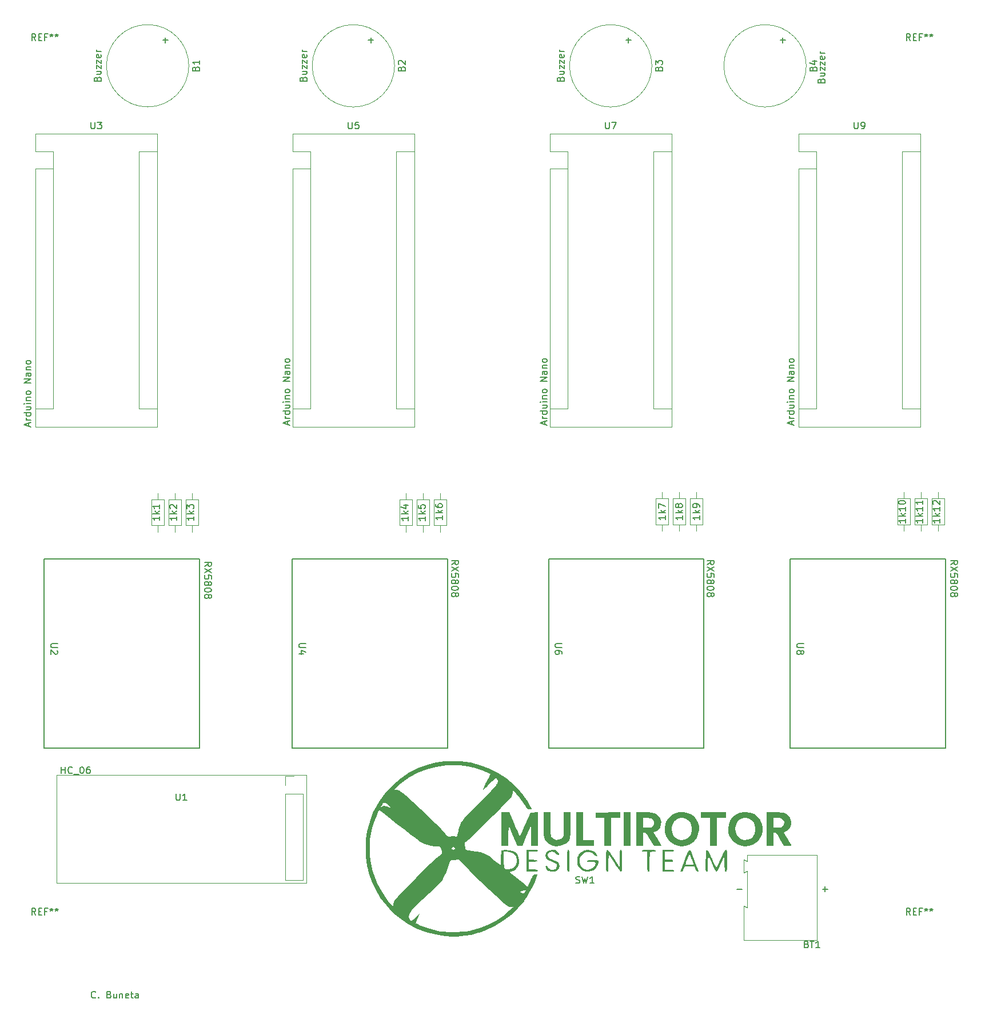
<source format=gbr>
%TF.GenerationSoftware,KiCad,Pcbnew,(6.0.7)*%
%TF.CreationDate,2022-10-02T12:09:57-05:00*%
%TF.ProjectId,PidflightLapV2,50696466-6c69-4676-9874-4c617056322e,1.0*%
%TF.SameCoordinates,Original*%
%TF.FileFunction,Legend,Top*%
%TF.FilePolarity,Positive*%
%FSLAX46Y46*%
G04 Gerber Fmt 4.6, Leading zero omitted, Abs format (unit mm)*
G04 Created by KiCad (PCBNEW (6.0.7)) date 2022-10-02 12:09:57*
%MOMM*%
%LPD*%
G01*
G04 APERTURE LIST*
%ADD10C,0.150000*%
%ADD11C,0.120000*%
%ADD12C,0.200000*%
G04 APERTURE END LIST*
D10*
X36997047Y-168251142D02*
X36949428Y-168298761D01*
X36806571Y-168346380D01*
X36711333Y-168346380D01*
X36568476Y-168298761D01*
X36473238Y-168203523D01*
X36425619Y-168108285D01*
X36378000Y-167917809D01*
X36378000Y-167774952D01*
X36425619Y-167584476D01*
X36473238Y-167489238D01*
X36568476Y-167394000D01*
X36711333Y-167346380D01*
X36806571Y-167346380D01*
X36949428Y-167394000D01*
X36997047Y-167441619D01*
X37425619Y-168251142D02*
X37473238Y-168298761D01*
X37425619Y-168346380D01*
X37378000Y-168298761D01*
X37425619Y-168251142D01*
X37425619Y-168346380D01*
X38997047Y-167822571D02*
X39139904Y-167870190D01*
X39187523Y-167917809D01*
X39235142Y-168013047D01*
X39235142Y-168155904D01*
X39187523Y-168251142D01*
X39139904Y-168298761D01*
X39044666Y-168346380D01*
X38663714Y-168346380D01*
X38663714Y-167346380D01*
X38997047Y-167346380D01*
X39092285Y-167394000D01*
X39139904Y-167441619D01*
X39187523Y-167536857D01*
X39187523Y-167632095D01*
X39139904Y-167727333D01*
X39092285Y-167774952D01*
X38997047Y-167822571D01*
X38663714Y-167822571D01*
X40092285Y-167679714D02*
X40092285Y-168346380D01*
X39663714Y-167679714D02*
X39663714Y-168203523D01*
X39711333Y-168298761D01*
X39806571Y-168346380D01*
X39949428Y-168346380D01*
X40044666Y-168298761D01*
X40092285Y-168251142D01*
X40568476Y-167679714D02*
X40568476Y-168346380D01*
X40568476Y-167774952D02*
X40616095Y-167727333D01*
X40711333Y-167679714D01*
X40854190Y-167679714D01*
X40949428Y-167727333D01*
X40997047Y-167822571D01*
X40997047Y-168346380D01*
X41854190Y-168298761D02*
X41758952Y-168346380D01*
X41568476Y-168346380D01*
X41473238Y-168298761D01*
X41425619Y-168203523D01*
X41425619Y-167822571D01*
X41473238Y-167727333D01*
X41568476Y-167679714D01*
X41758952Y-167679714D01*
X41854190Y-167727333D01*
X41901809Y-167822571D01*
X41901809Y-167917809D01*
X41425619Y-168013047D01*
X42187523Y-167679714D02*
X42568476Y-167679714D01*
X42330380Y-167346380D02*
X42330380Y-168203523D01*
X42378000Y-168298761D01*
X42473238Y-168346380D01*
X42568476Y-168346380D01*
X43330380Y-168346380D02*
X43330380Y-167822571D01*
X43282761Y-167727333D01*
X43187523Y-167679714D01*
X42997047Y-167679714D01*
X42901809Y-167727333D01*
X43330380Y-168298761D02*
X43235142Y-168346380D01*
X42997047Y-168346380D01*
X42901809Y-168298761D01*
X42854190Y-168203523D01*
X42854190Y-168108285D01*
X42901809Y-168013047D01*
X42997047Y-167965428D01*
X43235142Y-167965428D01*
X43330380Y-167917809D01*
X163631619Y-104100571D02*
X164107809Y-103767238D01*
X163631619Y-103529142D02*
X164631619Y-103529142D01*
X164631619Y-103910095D01*
X164584000Y-104005333D01*
X164536380Y-104052952D01*
X164441142Y-104100571D01*
X164298285Y-104100571D01*
X164203047Y-104052952D01*
X164155428Y-104005333D01*
X164107809Y-103910095D01*
X164107809Y-103529142D01*
X164631619Y-104433904D02*
X163631619Y-105100571D01*
X164631619Y-105100571D02*
X163631619Y-104433904D01*
X164631619Y-105957714D02*
X164631619Y-105481523D01*
X164155428Y-105433904D01*
X164203047Y-105481523D01*
X164250666Y-105576761D01*
X164250666Y-105814857D01*
X164203047Y-105910095D01*
X164155428Y-105957714D01*
X164060190Y-106005333D01*
X163822095Y-106005333D01*
X163726857Y-105957714D01*
X163679238Y-105910095D01*
X163631619Y-105814857D01*
X163631619Y-105576761D01*
X163679238Y-105481523D01*
X163726857Y-105433904D01*
X164203047Y-106576761D02*
X164250666Y-106481523D01*
X164298285Y-106433904D01*
X164393523Y-106386285D01*
X164441142Y-106386285D01*
X164536380Y-106433904D01*
X164584000Y-106481523D01*
X164631619Y-106576761D01*
X164631619Y-106767238D01*
X164584000Y-106862476D01*
X164536380Y-106910095D01*
X164441142Y-106957714D01*
X164393523Y-106957714D01*
X164298285Y-106910095D01*
X164250666Y-106862476D01*
X164203047Y-106767238D01*
X164203047Y-106576761D01*
X164155428Y-106481523D01*
X164107809Y-106433904D01*
X164012571Y-106386285D01*
X163822095Y-106386285D01*
X163726857Y-106433904D01*
X163679238Y-106481523D01*
X163631619Y-106576761D01*
X163631619Y-106767238D01*
X163679238Y-106862476D01*
X163726857Y-106910095D01*
X163822095Y-106957714D01*
X164012571Y-106957714D01*
X164107809Y-106910095D01*
X164155428Y-106862476D01*
X164203047Y-106767238D01*
X164631619Y-107576761D02*
X164631619Y-107672000D01*
X164584000Y-107767238D01*
X164536380Y-107814857D01*
X164441142Y-107862476D01*
X164250666Y-107910095D01*
X164012571Y-107910095D01*
X163822095Y-107862476D01*
X163726857Y-107814857D01*
X163679238Y-107767238D01*
X163631619Y-107672000D01*
X163631619Y-107576761D01*
X163679238Y-107481523D01*
X163726857Y-107433904D01*
X163822095Y-107386285D01*
X164012571Y-107338666D01*
X164250666Y-107338666D01*
X164441142Y-107386285D01*
X164536380Y-107433904D01*
X164584000Y-107481523D01*
X164631619Y-107576761D01*
X164203047Y-108481523D02*
X164250666Y-108386285D01*
X164298285Y-108338666D01*
X164393523Y-108291047D01*
X164441142Y-108291047D01*
X164536380Y-108338666D01*
X164584000Y-108386285D01*
X164631619Y-108481523D01*
X164631619Y-108672000D01*
X164584000Y-108767238D01*
X164536380Y-108814857D01*
X164441142Y-108862476D01*
X164393523Y-108862476D01*
X164298285Y-108814857D01*
X164250666Y-108767238D01*
X164203047Y-108672000D01*
X164203047Y-108481523D01*
X164155428Y-108386285D01*
X164107809Y-108338666D01*
X164012571Y-108291047D01*
X163822095Y-108291047D01*
X163726857Y-108338666D01*
X163679238Y-108386285D01*
X163631619Y-108481523D01*
X163631619Y-108672000D01*
X163679238Y-108767238D01*
X163726857Y-108814857D01*
X163822095Y-108862476D01*
X164012571Y-108862476D01*
X164107809Y-108814857D01*
X164155428Y-108767238D01*
X164203047Y-108672000D01*
X144653047Y-152217428D02*
X145414952Y-152217428D01*
X145034000Y-152598380D02*
X145034000Y-151836476D01*
X53141619Y-104354571D02*
X53617809Y-104021238D01*
X53141619Y-103783142D02*
X54141619Y-103783142D01*
X54141619Y-104164095D01*
X54094000Y-104259333D01*
X54046380Y-104306952D01*
X53951142Y-104354571D01*
X53808285Y-104354571D01*
X53713047Y-104306952D01*
X53665428Y-104259333D01*
X53617809Y-104164095D01*
X53617809Y-103783142D01*
X54141619Y-104687904D02*
X53141619Y-105354571D01*
X54141619Y-105354571D02*
X53141619Y-104687904D01*
X54141619Y-106211714D02*
X54141619Y-105735523D01*
X53665428Y-105687904D01*
X53713047Y-105735523D01*
X53760666Y-105830761D01*
X53760666Y-106068857D01*
X53713047Y-106164095D01*
X53665428Y-106211714D01*
X53570190Y-106259333D01*
X53332095Y-106259333D01*
X53236857Y-106211714D01*
X53189238Y-106164095D01*
X53141619Y-106068857D01*
X53141619Y-105830761D01*
X53189238Y-105735523D01*
X53236857Y-105687904D01*
X53713047Y-106830761D02*
X53760666Y-106735523D01*
X53808285Y-106687904D01*
X53903523Y-106640285D01*
X53951142Y-106640285D01*
X54046380Y-106687904D01*
X54094000Y-106735523D01*
X54141619Y-106830761D01*
X54141619Y-107021238D01*
X54094000Y-107116476D01*
X54046380Y-107164095D01*
X53951142Y-107211714D01*
X53903523Y-107211714D01*
X53808285Y-107164095D01*
X53760666Y-107116476D01*
X53713047Y-107021238D01*
X53713047Y-106830761D01*
X53665428Y-106735523D01*
X53617809Y-106687904D01*
X53522571Y-106640285D01*
X53332095Y-106640285D01*
X53236857Y-106687904D01*
X53189238Y-106735523D01*
X53141619Y-106830761D01*
X53141619Y-107021238D01*
X53189238Y-107116476D01*
X53236857Y-107164095D01*
X53332095Y-107211714D01*
X53522571Y-107211714D01*
X53617809Y-107164095D01*
X53665428Y-107116476D01*
X53713047Y-107021238D01*
X54141619Y-107830761D02*
X54141619Y-107926000D01*
X54094000Y-108021238D01*
X54046380Y-108068857D01*
X53951142Y-108116476D01*
X53760666Y-108164095D01*
X53522571Y-108164095D01*
X53332095Y-108116476D01*
X53236857Y-108068857D01*
X53189238Y-108021238D01*
X53141619Y-107926000D01*
X53141619Y-107830761D01*
X53189238Y-107735523D01*
X53236857Y-107687904D01*
X53332095Y-107640285D01*
X53522571Y-107592666D01*
X53760666Y-107592666D01*
X53951142Y-107640285D01*
X54046380Y-107687904D01*
X54094000Y-107735523D01*
X54141619Y-107830761D01*
X53713047Y-108735523D02*
X53760666Y-108640285D01*
X53808285Y-108592666D01*
X53903523Y-108545047D01*
X53951142Y-108545047D01*
X54046380Y-108592666D01*
X54094000Y-108640285D01*
X54141619Y-108735523D01*
X54141619Y-108926000D01*
X54094000Y-109021238D01*
X54046380Y-109068857D01*
X53951142Y-109116476D01*
X53903523Y-109116476D01*
X53808285Y-109068857D01*
X53760666Y-109021238D01*
X53713047Y-108926000D01*
X53713047Y-108735523D01*
X53665428Y-108640285D01*
X53617809Y-108592666D01*
X53522571Y-108545047D01*
X53332095Y-108545047D01*
X53236857Y-108592666D01*
X53189238Y-108640285D01*
X53141619Y-108735523D01*
X53141619Y-108926000D01*
X53189238Y-109021238D01*
X53236857Y-109068857D01*
X53332095Y-109116476D01*
X53522571Y-109116476D01*
X53617809Y-109068857D01*
X53665428Y-109021238D01*
X53713047Y-108926000D01*
X105846571Y-32154571D02*
X105894190Y-32011714D01*
X105941809Y-31964095D01*
X106037047Y-31916476D01*
X106179904Y-31916476D01*
X106275142Y-31964095D01*
X106322761Y-32011714D01*
X106370380Y-32106952D01*
X106370380Y-32487904D01*
X105370380Y-32487904D01*
X105370380Y-32154571D01*
X105418000Y-32059333D01*
X105465619Y-32011714D01*
X105560857Y-31964095D01*
X105656095Y-31964095D01*
X105751333Y-32011714D01*
X105798952Y-32059333D01*
X105846571Y-32154571D01*
X105846571Y-32487904D01*
X105703714Y-31059333D02*
X106370380Y-31059333D01*
X105703714Y-31487904D02*
X106227523Y-31487904D01*
X106322761Y-31440285D01*
X106370380Y-31345047D01*
X106370380Y-31202190D01*
X106322761Y-31106952D01*
X106275142Y-31059333D01*
X105703714Y-30678380D02*
X105703714Y-30154571D01*
X106370380Y-30678380D01*
X106370380Y-30154571D01*
X105703714Y-29868857D02*
X105703714Y-29345047D01*
X106370380Y-29868857D01*
X106370380Y-29345047D01*
X106322761Y-28583142D02*
X106370380Y-28678380D01*
X106370380Y-28868857D01*
X106322761Y-28964095D01*
X106227523Y-29011714D01*
X105846571Y-29011714D01*
X105751333Y-28964095D01*
X105703714Y-28868857D01*
X105703714Y-28678380D01*
X105751333Y-28583142D01*
X105846571Y-28535523D01*
X105941809Y-28535523D01*
X106037047Y-29011714D01*
X106370380Y-28106952D02*
X105703714Y-28106952D01*
X105894190Y-28106952D02*
X105798952Y-28059333D01*
X105751333Y-28011714D01*
X105703714Y-27916476D01*
X105703714Y-27821238D01*
X31916952Y-135072380D02*
X31916952Y-134072380D01*
X31916952Y-134548571D02*
X32488380Y-134548571D01*
X32488380Y-135072380D02*
X32488380Y-134072380D01*
X33536000Y-134977142D02*
X33488380Y-135024761D01*
X33345523Y-135072380D01*
X33250285Y-135072380D01*
X33107428Y-135024761D01*
X33012190Y-134929523D01*
X32964571Y-134834285D01*
X32916952Y-134643809D01*
X32916952Y-134500952D01*
X32964571Y-134310476D01*
X33012190Y-134215238D01*
X33107428Y-134120000D01*
X33250285Y-134072380D01*
X33345523Y-134072380D01*
X33488380Y-134120000D01*
X33536000Y-134167619D01*
X33726476Y-135167619D02*
X34488380Y-135167619D01*
X34916952Y-134072380D02*
X35012190Y-134072380D01*
X35107428Y-134120000D01*
X35155047Y-134167619D01*
X35202666Y-134262857D01*
X35250285Y-134453333D01*
X35250285Y-134691428D01*
X35202666Y-134881904D01*
X35155047Y-134977142D01*
X35107428Y-135024761D01*
X35012190Y-135072380D01*
X34916952Y-135072380D01*
X34821714Y-135024761D01*
X34774095Y-134977142D01*
X34726476Y-134881904D01*
X34678857Y-134691428D01*
X34678857Y-134453333D01*
X34726476Y-134262857D01*
X34774095Y-134167619D01*
X34821714Y-134120000D01*
X34916952Y-134072380D01*
X36107428Y-134072380D02*
X35916952Y-134072380D01*
X35821714Y-134120000D01*
X35774095Y-134167619D01*
X35678857Y-134310476D01*
X35631238Y-134500952D01*
X35631238Y-134881904D01*
X35678857Y-134977142D01*
X35726476Y-135024761D01*
X35821714Y-135072380D01*
X36012190Y-135072380D01*
X36107428Y-135024761D01*
X36155047Y-134977142D01*
X36202666Y-134881904D01*
X36202666Y-134643809D01*
X36155047Y-134548571D01*
X36107428Y-134500952D01*
X36012190Y-134453333D01*
X35821714Y-134453333D01*
X35726476Y-134500952D01*
X35678857Y-134548571D01*
X35631238Y-134643809D01*
X144454571Y-32408571D02*
X144502190Y-32265714D01*
X144549809Y-32218095D01*
X144645047Y-32170476D01*
X144787904Y-32170476D01*
X144883142Y-32218095D01*
X144930761Y-32265714D01*
X144978380Y-32360952D01*
X144978380Y-32741904D01*
X143978380Y-32741904D01*
X143978380Y-32408571D01*
X144026000Y-32313333D01*
X144073619Y-32265714D01*
X144168857Y-32218095D01*
X144264095Y-32218095D01*
X144359333Y-32265714D01*
X144406952Y-32313333D01*
X144454571Y-32408571D01*
X144454571Y-32741904D01*
X144311714Y-31313333D02*
X144978380Y-31313333D01*
X144311714Y-31741904D02*
X144835523Y-31741904D01*
X144930761Y-31694285D01*
X144978380Y-31599047D01*
X144978380Y-31456190D01*
X144930761Y-31360952D01*
X144883142Y-31313333D01*
X144311714Y-30932380D02*
X144311714Y-30408571D01*
X144978380Y-30932380D01*
X144978380Y-30408571D01*
X144311714Y-30122857D02*
X144311714Y-29599047D01*
X144978380Y-30122857D01*
X144978380Y-29599047D01*
X144930761Y-28837142D02*
X144978380Y-28932380D01*
X144978380Y-29122857D01*
X144930761Y-29218095D01*
X144835523Y-29265714D01*
X144454571Y-29265714D01*
X144359333Y-29218095D01*
X144311714Y-29122857D01*
X144311714Y-28932380D01*
X144359333Y-28837142D01*
X144454571Y-28789523D01*
X144549809Y-28789523D01*
X144645047Y-29265714D01*
X144978380Y-28360952D02*
X144311714Y-28360952D01*
X144502190Y-28360952D02*
X144406952Y-28313333D01*
X144359333Y-28265714D01*
X144311714Y-28170476D01*
X144311714Y-28075238D01*
X103544666Y-83343142D02*
X103544666Y-82866952D01*
X103830380Y-83438380D02*
X102830380Y-83105047D01*
X103830380Y-82771714D01*
X103830380Y-82438380D02*
X103163714Y-82438380D01*
X103354190Y-82438380D02*
X103258952Y-82390761D01*
X103211333Y-82343142D01*
X103163714Y-82247904D01*
X103163714Y-82152666D01*
X103830380Y-81390761D02*
X102830380Y-81390761D01*
X103782761Y-81390761D02*
X103830380Y-81486000D01*
X103830380Y-81676476D01*
X103782761Y-81771714D01*
X103735142Y-81819333D01*
X103639904Y-81866952D01*
X103354190Y-81866952D01*
X103258952Y-81819333D01*
X103211333Y-81771714D01*
X103163714Y-81676476D01*
X103163714Y-81486000D01*
X103211333Y-81390761D01*
X103163714Y-80486000D02*
X103830380Y-80486000D01*
X103163714Y-80914571D02*
X103687523Y-80914571D01*
X103782761Y-80866952D01*
X103830380Y-80771714D01*
X103830380Y-80628857D01*
X103782761Y-80533619D01*
X103735142Y-80486000D01*
X103830380Y-80009809D02*
X103163714Y-80009809D01*
X102830380Y-80009809D02*
X102878000Y-80057428D01*
X102925619Y-80009809D01*
X102878000Y-79962190D01*
X102830380Y-80009809D01*
X102925619Y-80009809D01*
X103163714Y-79533619D02*
X103830380Y-79533619D01*
X103258952Y-79533619D02*
X103211333Y-79486000D01*
X103163714Y-79390761D01*
X103163714Y-79247904D01*
X103211333Y-79152666D01*
X103306571Y-79105047D01*
X103830380Y-79105047D01*
X103830380Y-78486000D02*
X103782761Y-78581238D01*
X103735142Y-78628857D01*
X103639904Y-78676476D01*
X103354190Y-78676476D01*
X103258952Y-78628857D01*
X103211333Y-78581238D01*
X103163714Y-78486000D01*
X103163714Y-78343142D01*
X103211333Y-78247904D01*
X103258952Y-78200285D01*
X103354190Y-78152666D01*
X103639904Y-78152666D01*
X103735142Y-78200285D01*
X103782761Y-78247904D01*
X103830380Y-78343142D01*
X103830380Y-78486000D01*
X103830380Y-76962190D02*
X102830380Y-76962190D01*
X103830380Y-76390761D01*
X102830380Y-76390761D01*
X103830380Y-75486000D02*
X103306571Y-75486000D01*
X103211333Y-75533619D01*
X103163714Y-75628857D01*
X103163714Y-75819333D01*
X103211333Y-75914571D01*
X103782761Y-75486000D02*
X103830380Y-75581238D01*
X103830380Y-75819333D01*
X103782761Y-75914571D01*
X103687523Y-75962190D01*
X103592285Y-75962190D01*
X103497047Y-75914571D01*
X103449428Y-75819333D01*
X103449428Y-75581238D01*
X103401809Y-75486000D01*
X103163714Y-75009809D02*
X103830380Y-75009809D01*
X103258952Y-75009809D02*
X103211333Y-74962190D01*
X103163714Y-74866952D01*
X103163714Y-74724095D01*
X103211333Y-74628857D01*
X103306571Y-74581238D01*
X103830380Y-74581238D01*
X103830380Y-73962190D02*
X103782761Y-74057428D01*
X103735142Y-74105047D01*
X103639904Y-74152666D01*
X103354190Y-74152666D01*
X103258952Y-74105047D01*
X103211333Y-74057428D01*
X103163714Y-73962190D01*
X103163714Y-73819333D01*
X103211333Y-73724095D01*
X103258952Y-73676476D01*
X103354190Y-73628857D01*
X103639904Y-73628857D01*
X103735142Y-73676476D01*
X103782761Y-73724095D01*
X103830380Y-73819333D01*
X103830380Y-73962190D01*
X131953047Y-152217428D02*
X132714952Y-152217428D01*
X65444666Y-83343142D02*
X65444666Y-82866952D01*
X65730380Y-83438380D02*
X64730380Y-83105047D01*
X65730380Y-82771714D01*
X65730380Y-82438380D02*
X65063714Y-82438380D01*
X65254190Y-82438380D02*
X65158952Y-82390761D01*
X65111333Y-82343142D01*
X65063714Y-82247904D01*
X65063714Y-82152666D01*
X65730380Y-81390761D02*
X64730380Y-81390761D01*
X65682761Y-81390761D02*
X65730380Y-81486000D01*
X65730380Y-81676476D01*
X65682761Y-81771714D01*
X65635142Y-81819333D01*
X65539904Y-81866952D01*
X65254190Y-81866952D01*
X65158952Y-81819333D01*
X65111333Y-81771714D01*
X65063714Y-81676476D01*
X65063714Y-81486000D01*
X65111333Y-81390761D01*
X65063714Y-80486000D02*
X65730380Y-80486000D01*
X65063714Y-80914571D02*
X65587523Y-80914571D01*
X65682761Y-80866952D01*
X65730380Y-80771714D01*
X65730380Y-80628857D01*
X65682761Y-80533619D01*
X65635142Y-80486000D01*
X65730380Y-80009809D02*
X65063714Y-80009809D01*
X64730380Y-80009809D02*
X64778000Y-80057428D01*
X64825619Y-80009809D01*
X64778000Y-79962190D01*
X64730380Y-80009809D01*
X64825619Y-80009809D01*
X65063714Y-79533619D02*
X65730380Y-79533619D01*
X65158952Y-79533619D02*
X65111333Y-79486000D01*
X65063714Y-79390761D01*
X65063714Y-79247904D01*
X65111333Y-79152666D01*
X65206571Y-79105047D01*
X65730380Y-79105047D01*
X65730380Y-78486000D02*
X65682761Y-78581238D01*
X65635142Y-78628857D01*
X65539904Y-78676476D01*
X65254190Y-78676476D01*
X65158952Y-78628857D01*
X65111333Y-78581238D01*
X65063714Y-78486000D01*
X65063714Y-78343142D01*
X65111333Y-78247904D01*
X65158952Y-78200285D01*
X65254190Y-78152666D01*
X65539904Y-78152666D01*
X65635142Y-78200285D01*
X65682761Y-78247904D01*
X65730380Y-78343142D01*
X65730380Y-78486000D01*
X65730380Y-76962190D02*
X64730380Y-76962190D01*
X65730380Y-76390761D01*
X64730380Y-76390761D01*
X65730380Y-75486000D02*
X65206571Y-75486000D01*
X65111333Y-75533619D01*
X65063714Y-75628857D01*
X65063714Y-75819333D01*
X65111333Y-75914571D01*
X65682761Y-75486000D02*
X65730380Y-75581238D01*
X65730380Y-75819333D01*
X65682761Y-75914571D01*
X65587523Y-75962190D01*
X65492285Y-75962190D01*
X65397047Y-75914571D01*
X65349428Y-75819333D01*
X65349428Y-75581238D01*
X65301809Y-75486000D01*
X65063714Y-75009809D02*
X65730380Y-75009809D01*
X65158952Y-75009809D02*
X65111333Y-74962190D01*
X65063714Y-74866952D01*
X65063714Y-74724095D01*
X65111333Y-74628857D01*
X65206571Y-74581238D01*
X65730380Y-74581238D01*
X65730380Y-73962190D02*
X65682761Y-74057428D01*
X65635142Y-74105047D01*
X65539904Y-74152666D01*
X65254190Y-74152666D01*
X65158952Y-74105047D01*
X65111333Y-74057428D01*
X65063714Y-73962190D01*
X65063714Y-73819333D01*
X65111333Y-73724095D01*
X65158952Y-73676476D01*
X65254190Y-73628857D01*
X65539904Y-73628857D01*
X65635142Y-73676476D01*
X65682761Y-73724095D01*
X65730380Y-73819333D01*
X65730380Y-73962190D01*
X89717619Y-104100571D02*
X90193809Y-103767238D01*
X89717619Y-103529142D02*
X90717619Y-103529142D01*
X90717619Y-103910095D01*
X90670000Y-104005333D01*
X90622380Y-104052952D01*
X90527142Y-104100571D01*
X90384285Y-104100571D01*
X90289047Y-104052952D01*
X90241428Y-104005333D01*
X90193809Y-103910095D01*
X90193809Y-103529142D01*
X90717619Y-104433904D02*
X89717619Y-105100571D01*
X90717619Y-105100571D02*
X89717619Y-104433904D01*
X90717619Y-105957714D02*
X90717619Y-105481523D01*
X90241428Y-105433904D01*
X90289047Y-105481523D01*
X90336666Y-105576761D01*
X90336666Y-105814857D01*
X90289047Y-105910095D01*
X90241428Y-105957714D01*
X90146190Y-106005333D01*
X89908095Y-106005333D01*
X89812857Y-105957714D01*
X89765238Y-105910095D01*
X89717619Y-105814857D01*
X89717619Y-105576761D01*
X89765238Y-105481523D01*
X89812857Y-105433904D01*
X90289047Y-106576761D02*
X90336666Y-106481523D01*
X90384285Y-106433904D01*
X90479523Y-106386285D01*
X90527142Y-106386285D01*
X90622380Y-106433904D01*
X90670000Y-106481523D01*
X90717619Y-106576761D01*
X90717619Y-106767238D01*
X90670000Y-106862476D01*
X90622380Y-106910095D01*
X90527142Y-106957714D01*
X90479523Y-106957714D01*
X90384285Y-106910095D01*
X90336666Y-106862476D01*
X90289047Y-106767238D01*
X90289047Y-106576761D01*
X90241428Y-106481523D01*
X90193809Y-106433904D01*
X90098571Y-106386285D01*
X89908095Y-106386285D01*
X89812857Y-106433904D01*
X89765238Y-106481523D01*
X89717619Y-106576761D01*
X89717619Y-106767238D01*
X89765238Y-106862476D01*
X89812857Y-106910095D01*
X89908095Y-106957714D01*
X90098571Y-106957714D01*
X90193809Y-106910095D01*
X90241428Y-106862476D01*
X90289047Y-106767238D01*
X90717619Y-107576761D02*
X90717619Y-107672000D01*
X90670000Y-107767238D01*
X90622380Y-107814857D01*
X90527142Y-107862476D01*
X90336666Y-107910095D01*
X90098571Y-107910095D01*
X89908095Y-107862476D01*
X89812857Y-107814857D01*
X89765238Y-107767238D01*
X89717619Y-107672000D01*
X89717619Y-107576761D01*
X89765238Y-107481523D01*
X89812857Y-107433904D01*
X89908095Y-107386285D01*
X90098571Y-107338666D01*
X90336666Y-107338666D01*
X90527142Y-107386285D01*
X90622380Y-107433904D01*
X90670000Y-107481523D01*
X90717619Y-107576761D01*
X90289047Y-108481523D02*
X90336666Y-108386285D01*
X90384285Y-108338666D01*
X90479523Y-108291047D01*
X90527142Y-108291047D01*
X90622380Y-108338666D01*
X90670000Y-108386285D01*
X90717619Y-108481523D01*
X90717619Y-108672000D01*
X90670000Y-108767238D01*
X90622380Y-108814857D01*
X90527142Y-108862476D01*
X90479523Y-108862476D01*
X90384285Y-108814857D01*
X90336666Y-108767238D01*
X90289047Y-108672000D01*
X90289047Y-108481523D01*
X90241428Y-108386285D01*
X90193809Y-108338666D01*
X90098571Y-108291047D01*
X89908095Y-108291047D01*
X89812857Y-108338666D01*
X89765238Y-108386285D01*
X89717619Y-108481523D01*
X89717619Y-108672000D01*
X89765238Y-108767238D01*
X89812857Y-108814857D01*
X89908095Y-108862476D01*
X90098571Y-108862476D01*
X90193809Y-108814857D01*
X90241428Y-108767238D01*
X90289047Y-108672000D01*
X140120666Y-83343142D02*
X140120666Y-82866952D01*
X140406380Y-83438380D02*
X139406380Y-83105047D01*
X140406380Y-82771714D01*
X140406380Y-82438380D02*
X139739714Y-82438380D01*
X139930190Y-82438380D02*
X139834952Y-82390761D01*
X139787333Y-82343142D01*
X139739714Y-82247904D01*
X139739714Y-82152666D01*
X140406380Y-81390761D02*
X139406380Y-81390761D01*
X140358761Y-81390761D02*
X140406380Y-81486000D01*
X140406380Y-81676476D01*
X140358761Y-81771714D01*
X140311142Y-81819333D01*
X140215904Y-81866952D01*
X139930190Y-81866952D01*
X139834952Y-81819333D01*
X139787333Y-81771714D01*
X139739714Y-81676476D01*
X139739714Y-81486000D01*
X139787333Y-81390761D01*
X139739714Y-80486000D02*
X140406380Y-80486000D01*
X139739714Y-80914571D02*
X140263523Y-80914571D01*
X140358761Y-80866952D01*
X140406380Y-80771714D01*
X140406380Y-80628857D01*
X140358761Y-80533619D01*
X140311142Y-80486000D01*
X140406380Y-80009809D02*
X139739714Y-80009809D01*
X139406380Y-80009809D02*
X139454000Y-80057428D01*
X139501619Y-80009809D01*
X139454000Y-79962190D01*
X139406380Y-80009809D01*
X139501619Y-80009809D01*
X139739714Y-79533619D02*
X140406380Y-79533619D01*
X139834952Y-79533619D02*
X139787333Y-79486000D01*
X139739714Y-79390761D01*
X139739714Y-79247904D01*
X139787333Y-79152666D01*
X139882571Y-79105047D01*
X140406380Y-79105047D01*
X140406380Y-78486000D02*
X140358761Y-78581238D01*
X140311142Y-78628857D01*
X140215904Y-78676476D01*
X139930190Y-78676476D01*
X139834952Y-78628857D01*
X139787333Y-78581238D01*
X139739714Y-78486000D01*
X139739714Y-78343142D01*
X139787333Y-78247904D01*
X139834952Y-78200285D01*
X139930190Y-78152666D01*
X140215904Y-78152666D01*
X140311142Y-78200285D01*
X140358761Y-78247904D01*
X140406380Y-78343142D01*
X140406380Y-78486000D01*
X140406380Y-76962190D02*
X139406380Y-76962190D01*
X140406380Y-76390761D01*
X139406380Y-76390761D01*
X140406380Y-75486000D02*
X139882571Y-75486000D01*
X139787333Y-75533619D01*
X139739714Y-75628857D01*
X139739714Y-75819333D01*
X139787333Y-75914571D01*
X140358761Y-75486000D02*
X140406380Y-75581238D01*
X140406380Y-75819333D01*
X140358761Y-75914571D01*
X140263523Y-75962190D01*
X140168285Y-75962190D01*
X140073047Y-75914571D01*
X140025428Y-75819333D01*
X140025428Y-75581238D01*
X139977809Y-75486000D01*
X139739714Y-75009809D02*
X140406380Y-75009809D01*
X139834952Y-75009809D02*
X139787333Y-74962190D01*
X139739714Y-74866952D01*
X139739714Y-74724095D01*
X139787333Y-74628857D01*
X139882571Y-74581238D01*
X140406380Y-74581238D01*
X140406380Y-73962190D02*
X140358761Y-74057428D01*
X140311142Y-74105047D01*
X140215904Y-74152666D01*
X139930190Y-74152666D01*
X139834952Y-74105047D01*
X139787333Y-74057428D01*
X139739714Y-73962190D01*
X139739714Y-73819333D01*
X139787333Y-73724095D01*
X139834952Y-73676476D01*
X139930190Y-73628857D01*
X140215904Y-73628857D01*
X140311142Y-73676476D01*
X140358761Y-73724095D01*
X140406380Y-73819333D01*
X140406380Y-73962190D01*
X37266571Y-32154571D02*
X37314190Y-32011714D01*
X37361809Y-31964095D01*
X37457047Y-31916476D01*
X37599904Y-31916476D01*
X37695142Y-31964095D01*
X37742761Y-32011714D01*
X37790380Y-32106952D01*
X37790380Y-32487904D01*
X36790380Y-32487904D01*
X36790380Y-32154571D01*
X36838000Y-32059333D01*
X36885619Y-32011714D01*
X36980857Y-31964095D01*
X37076095Y-31964095D01*
X37171333Y-32011714D01*
X37218952Y-32059333D01*
X37266571Y-32154571D01*
X37266571Y-32487904D01*
X37123714Y-31059333D02*
X37790380Y-31059333D01*
X37123714Y-31487904D02*
X37647523Y-31487904D01*
X37742761Y-31440285D01*
X37790380Y-31345047D01*
X37790380Y-31202190D01*
X37742761Y-31106952D01*
X37695142Y-31059333D01*
X37123714Y-30678380D02*
X37123714Y-30154571D01*
X37790380Y-30678380D01*
X37790380Y-30154571D01*
X37123714Y-29868857D02*
X37123714Y-29345047D01*
X37790380Y-29868857D01*
X37790380Y-29345047D01*
X37742761Y-28583142D02*
X37790380Y-28678380D01*
X37790380Y-28868857D01*
X37742761Y-28964095D01*
X37647523Y-29011714D01*
X37266571Y-29011714D01*
X37171333Y-28964095D01*
X37123714Y-28868857D01*
X37123714Y-28678380D01*
X37171333Y-28583142D01*
X37266571Y-28535523D01*
X37361809Y-28535523D01*
X37457047Y-29011714D01*
X37790380Y-28106952D02*
X37123714Y-28106952D01*
X37314190Y-28106952D02*
X37218952Y-28059333D01*
X37171333Y-28011714D01*
X37123714Y-27916476D01*
X37123714Y-27821238D01*
X67746571Y-32154571D02*
X67794190Y-32011714D01*
X67841809Y-31964095D01*
X67937047Y-31916476D01*
X68079904Y-31916476D01*
X68175142Y-31964095D01*
X68222761Y-32011714D01*
X68270380Y-32106952D01*
X68270380Y-32487904D01*
X67270380Y-32487904D01*
X67270380Y-32154571D01*
X67318000Y-32059333D01*
X67365619Y-32011714D01*
X67460857Y-31964095D01*
X67556095Y-31964095D01*
X67651333Y-32011714D01*
X67698952Y-32059333D01*
X67746571Y-32154571D01*
X67746571Y-32487904D01*
X67603714Y-31059333D02*
X68270380Y-31059333D01*
X67603714Y-31487904D02*
X68127523Y-31487904D01*
X68222761Y-31440285D01*
X68270380Y-31345047D01*
X68270380Y-31202190D01*
X68222761Y-31106952D01*
X68175142Y-31059333D01*
X67603714Y-30678380D02*
X67603714Y-30154571D01*
X68270380Y-30678380D01*
X68270380Y-30154571D01*
X67603714Y-29868857D02*
X67603714Y-29345047D01*
X68270380Y-29868857D01*
X68270380Y-29345047D01*
X68222761Y-28583142D02*
X68270380Y-28678380D01*
X68270380Y-28868857D01*
X68222761Y-28964095D01*
X68127523Y-29011714D01*
X67746571Y-29011714D01*
X67651333Y-28964095D01*
X67603714Y-28868857D01*
X67603714Y-28678380D01*
X67651333Y-28583142D01*
X67746571Y-28535523D01*
X67841809Y-28535523D01*
X67937047Y-29011714D01*
X68270380Y-28106952D02*
X67603714Y-28106952D01*
X67794190Y-28106952D02*
X67698952Y-28059333D01*
X67651333Y-28011714D01*
X67603714Y-27916476D01*
X67603714Y-27821238D01*
X27090666Y-83597142D02*
X27090666Y-83120952D01*
X27376380Y-83692380D02*
X26376380Y-83359047D01*
X27376380Y-83025714D01*
X27376380Y-82692380D02*
X26709714Y-82692380D01*
X26900190Y-82692380D02*
X26804952Y-82644761D01*
X26757333Y-82597142D01*
X26709714Y-82501904D01*
X26709714Y-82406666D01*
X27376380Y-81644761D02*
X26376380Y-81644761D01*
X27328761Y-81644761D02*
X27376380Y-81740000D01*
X27376380Y-81930476D01*
X27328761Y-82025714D01*
X27281142Y-82073333D01*
X27185904Y-82120952D01*
X26900190Y-82120952D01*
X26804952Y-82073333D01*
X26757333Y-82025714D01*
X26709714Y-81930476D01*
X26709714Y-81740000D01*
X26757333Y-81644761D01*
X26709714Y-80740000D02*
X27376380Y-80740000D01*
X26709714Y-81168571D02*
X27233523Y-81168571D01*
X27328761Y-81120952D01*
X27376380Y-81025714D01*
X27376380Y-80882857D01*
X27328761Y-80787619D01*
X27281142Y-80740000D01*
X27376380Y-80263809D02*
X26709714Y-80263809D01*
X26376380Y-80263809D02*
X26424000Y-80311428D01*
X26471619Y-80263809D01*
X26424000Y-80216190D01*
X26376380Y-80263809D01*
X26471619Y-80263809D01*
X26709714Y-79787619D02*
X27376380Y-79787619D01*
X26804952Y-79787619D02*
X26757333Y-79740000D01*
X26709714Y-79644761D01*
X26709714Y-79501904D01*
X26757333Y-79406666D01*
X26852571Y-79359047D01*
X27376380Y-79359047D01*
X27376380Y-78740000D02*
X27328761Y-78835238D01*
X27281142Y-78882857D01*
X27185904Y-78930476D01*
X26900190Y-78930476D01*
X26804952Y-78882857D01*
X26757333Y-78835238D01*
X26709714Y-78740000D01*
X26709714Y-78597142D01*
X26757333Y-78501904D01*
X26804952Y-78454285D01*
X26900190Y-78406666D01*
X27185904Y-78406666D01*
X27281142Y-78454285D01*
X27328761Y-78501904D01*
X27376380Y-78597142D01*
X27376380Y-78740000D01*
X27376380Y-77216190D02*
X26376380Y-77216190D01*
X27376380Y-76644761D01*
X26376380Y-76644761D01*
X27376380Y-75740000D02*
X26852571Y-75740000D01*
X26757333Y-75787619D01*
X26709714Y-75882857D01*
X26709714Y-76073333D01*
X26757333Y-76168571D01*
X27328761Y-75740000D02*
X27376380Y-75835238D01*
X27376380Y-76073333D01*
X27328761Y-76168571D01*
X27233523Y-76216190D01*
X27138285Y-76216190D01*
X27043047Y-76168571D01*
X26995428Y-76073333D01*
X26995428Y-75835238D01*
X26947809Y-75740000D01*
X26709714Y-75263809D02*
X27376380Y-75263809D01*
X26804952Y-75263809D02*
X26757333Y-75216190D01*
X26709714Y-75120952D01*
X26709714Y-74978095D01*
X26757333Y-74882857D01*
X26852571Y-74835238D01*
X27376380Y-74835238D01*
X27376380Y-74216190D02*
X27328761Y-74311428D01*
X27281142Y-74359047D01*
X27185904Y-74406666D01*
X26900190Y-74406666D01*
X26804952Y-74359047D01*
X26757333Y-74311428D01*
X26709714Y-74216190D01*
X26709714Y-74073333D01*
X26757333Y-73978095D01*
X26804952Y-73930476D01*
X26900190Y-73882857D01*
X27185904Y-73882857D01*
X27281142Y-73930476D01*
X27328761Y-73978095D01*
X27376380Y-74073333D01*
X27376380Y-74216190D01*
X127563619Y-104100571D02*
X128039809Y-103767238D01*
X127563619Y-103529142D02*
X128563619Y-103529142D01*
X128563619Y-103910095D01*
X128516000Y-104005333D01*
X128468380Y-104052952D01*
X128373142Y-104100571D01*
X128230285Y-104100571D01*
X128135047Y-104052952D01*
X128087428Y-104005333D01*
X128039809Y-103910095D01*
X128039809Y-103529142D01*
X128563619Y-104433904D02*
X127563619Y-105100571D01*
X128563619Y-105100571D02*
X127563619Y-104433904D01*
X128563619Y-105957714D02*
X128563619Y-105481523D01*
X128087428Y-105433904D01*
X128135047Y-105481523D01*
X128182666Y-105576761D01*
X128182666Y-105814857D01*
X128135047Y-105910095D01*
X128087428Y-105957714D01*
X127992190Y-106005333D01*
X127754095Y-106005333D01*
X127658857Y-105957714D01*
X127611238Y-105910095D01*
X127563619Y-105814857D01*
X127563619Y-105576761D01*
X127611238Y-105481523D01*
X127658857Y-105433904D01*
X128135047Y-106576761D02*
X128182666Y-106481523D01*
X128230285Y-106433904D01*
X128325523Y-106386285D01*
X128373142Y-106386285D01*
X128468380Y-106433904D01*
X128516000Y-106481523D01*
X128563619Y-106576761D01*
X128563619Y-106767238D01*
X128516000Y-106862476D01*
X128468380Y-106910095D01*
X128373142Y-106957714D01*
X128325523Y-106957714D01*
X128230285Y-106910095D01*
X128182666Y-106862476D01*
X128135047Y-106767238D01*
X128135047Y-106576761D01*
X128087428Y-106481523D01*
X128039809Y-106433904D01*
X127944571Y-106386285D01*
X127754095Y-106386285D01*
X127658857Y-106433904D01*
X127611238Y-106481523D01*
X127563619Y-106576761D01*
X127563619Y-106767238D01*
X127611238Y-106862476D01*
X127658857Y-106910095D01*
X127754095Y-106957714D01*
X127944571Y-106957714D01*
X128039809Y-106910095D01*
X128087428Y-106862476D01*
X128135047Y-106767238D01*
X128563619Y-107576761D02*
X128563619Y-107672000D01*
X128516000Y-107767238D01*
X128468380Y-107814857D01*
X128373142Y-107862476D01*
X128182666Y-107910095D01*
X127944571Y-107910095D01*
X127754095Y-107862476D01*
X127658857Y-107814857D01*
X127611238Y-107767238D01*
X127563619Y-107672000D01*
X127563619Y-107576761D01*
X127611238Y-107481523D01*
X127658857Y-107433904D01*
X127754095Y-107386285D01*
X127944571Y-107338666D01*
X128182666Y-107338666D01*
X128373142Y-107386285D01*
X128468380Y-107433904D01*
X128516000Y-107481523D01*
X128563619Y-107576761D01*
X128135047Y-108481523D02*
X128182666Y-108386285D01*
X128230285Y-108338666D01*
X128325523Y-108291047D01*
X128373142Y-108291047D01*
X128468380Y-108338666D01*
X128516000Y-108386285D01*
X128563619Y-108481523D01*
X128563619Y-108672000D01*
X128516000Y-108767238D01*
X128468380Y-108814857D01*
X128373142Y-108862476D01*
X128325523Y-108862476D01*
X128230285Y-108814857D01*
X128182666Y-108767238D01*
X128135047Y-108672000D01*
X128135047Y-108481523D01*
X128087428Y-108386285D01*
X128039809Y-108338666D01*
X127944571Y-108291047D01*
X127754095Y-108291047D01*
X127658857Y-108338666D01*
X127611238Y-108386285D01*
X127563619Y-108481523D01*
X127563619Y-108672000D01*
X127611238Y-108767238D01*
X127658857Y-108814857D01*
X127754095Y-108862476D01*
X127944571Y-108862476D01*
X128039809Y-108814857D01*
X128087428Y-108767238D01*
X128135047Y-108672000D01*
%TO.C,BT1*%
X142298285Y-160367071D02*
X142441142Y-160414690D01*
X142488761Y-160462309D01*
X142536380Y-160557547D01*
X142536380Y-160700404D01*
X142488761Y-160795642D01*
X142441142Y-160843261D01*
X142345904Y-160890880D01*
X141964952Y-160890880D01*
X141964952Y-159890880D01*
X142298285Y-159890880D01*
X142393523Y-159938500D01*
X142441142Y-159986119D01*
X142488761Y-160081357D01*
X142488761Y-160176595D01*
X142441142Y-160271833D01*
X142393523Y-160319452D01*
X142298285Y-160367071D01*
X141964952Y-160367071D01*
X142822095Y-159890880D02*
X143393523Y-159890880D01*
X143107809Y-160890880D02*
X143107809Y-159890880D01*
X144250666Y-160890880D02*
X143679238Y-160890880D01*
X143964952Y-160890880D02*
X143964952Y-159890880D01*
X143869714Y-160033738D01*
X143774476Y-160128976D01*
X143679238Y-160176595D01*
%TO.C,REF\u002A\u002A*%
X157670666Y-156018380D02*
X157337333Y-155542190D01*
X157099238Y-156018380D02*
X157099238Y-155018380D01*
X157480190Y-155018380D01*
X157575428Y-155066000D01*
X157623047Y-155113619D01*
X157670666Y-155208857D01*
X157670666Y-155351714D01*
X157623047Y-155446952D01*
X157575428Y-155494571D01*
X157480190Y-155542190D01*
X157099238Y-155542190D01*
X158099238Y-155494571D02*
X158432571Y-155494571D01*
X158575428Y-156018380D02*
X158099238Y-156018380D01*
X158099238Y-155018380D01*
X158575428Y-155018380D01*
X159337333Y-155494571D02*
X159004000Y-155494571D01*
X159004000Y-156018380D02*
X159004000Y-155018380D01*
X159480190Y-155018380D01*
X160004000Y-155018380D02*
X160004000Y-155256476D01*
X159765904Y-155161238D02*
X160004000Y-155256476D01*
X160242095Y-155161238D01*
X159861142Y-155446952D02*
X160004000Y-155256476D01*
X160146857Y-155446952D01*
X160765904Y-155018380D02*
X160765904Y-155256476D01*
X160527809Y-155161238D02*
X160765904Y-155256476D01*
X161004000Y-155161238D01*
X160623047Y-155446952D02*
X160765904Y-155256476D01*
X160908761Y-155446952D01*
%TO.C,U9*%
X149352095Y-38568380D02*
X149352095Y-39377904D01*
X149399714Y-39473142D01*
X149447333Y-39520761D01*
X149542571Y-39568380D01*
X149733047Y-39568380D01*
X149828285Y-39520761D01*
X149875904Y-39473142D01*
X149923523Y-39377904D01*
X149923523Y-38568380D01*
X150447333Y-39568380D02*
X150637809Y-39568380D01*
X150733047Y-39520761D01*
X150780666Y-39473142D01*
X150875904Y-39330285D01*
X150923523Y-39139809D01*
X150923523Y-38758857D01*
X150875904Y-38663619D01*
X150828285Y-38616000D01*
X150733047Y-38568380D01*
X150542571Y-38568380D01*
X150447333Y-38616000D01*
X150399714Y-38663619D01*
X150352095Y-38758857D01*
X150352095Y-38996952D01*
X150399714Y-39092190D01*
X150447333Y-39139809D01*
X150542571Y-39187428D01*
X150733047Y-39187428D01*
X150828285Y-39139809D01*
X150875904Y-39092190D01*
X150923523Y-38996952D01*
%TO.C,1k2*%
X48985730Y-96993601D02*
X48985730Y-97565029D01*
X48985730Y-97279315D02*
X47985730Y-97279315D01*
X48128588Y-97374553D01*
X48223826Y-97469791D01*
X48271445Y-97565029D01*
X48985730Y-96565029D02*
X47985730Y-96565029D01*
X48604778Y-96469791D02*
X48985730Y-96184077D01*
X48319064Y-96184077D02*
X48700016Y-96565029D01*
X48080969Y-95803124D02*
X48033350Y-95755505D01*
X47985730Y-95660267D01*
X47985730Y-95422172D01*
X48033350Y-95326934D01*
X48080969Y-95279315D01*
X48176207Y-95231696D01*
X48271445Y-95231696D01*
X48414302Y-95279315D01*
X48985730Y-95850743D01*
X48985730Y-95231696D01*
%TO.C,U5*%
X74432095Y-38568380D02*
X74432095Y-39377904D01*
X74479714Y-39473142D01*
X74527333Y-39520761D01*
X74622571Y-39568380D01*
X74813047Y-39568380D01*
X74908285Y-39520761D01*
X74955904Y-39473142D01*
X75003523Y-39377904D01*
X75003523Y-38568380D01*
X75955904Y-38568380D02*
X75479714Y-38568380D01*
X75432095Y-39044571D01*
X75479714Y-38996952D01*
X75574952Y-38949333D01*
X75813047Y-38949333D01*
X75908285Y-38996952D01*
X75955904Y-39044571D01*
X76003523Y-39139809D01*
X76003523Y-39377904D01*
X75955904Y-39473142D01*
X75908285Y-39520761D01*
X75813047Y-39568380D01*
X75574952Y-39568380D01*
X75479714Y-39520761D01*
X75432095Y-39473142D01*
%TO.C,SW1*%
X108140666Y-151280761D02*
X108283523Y-151328380D01*
X108521619Y-151328380D01*
X108616857Y-151280761D01*
X108664476Y-151233142D01*
X108712095Y-151137904D01*
X108712095Y-151042666D01*
X108664476Y-150947428D01*
X108616857Y-150899809D01*
X108521619Y-150852190D01*
X108331142Y-150804571D01*
X108235904Y-150756952D01*
X108188285Y-150709333D01*
X108140666Y-150614095D01*
X108140666Y-150518857D01*
X108188285Y-150423619D01*
X108235904Y-150376000D01*
X108331142Y-150328380D01*
X108569238Y-150328380D01*
X108712095Y-150376000D01*
X109045428Y-150328380D02*
X109283523Y-151328380D01*
X109474000Y-150614095D01*
X109664476Y-151328380D01*
X109902571Y-150328380D01*
X110807333Y-151328380D02*
X110235904Y-151328380D01*
X110521619Y-151328380D02*
X110521619Y-150328380D01*
X110426380Y-150471238D01*
X110331142Y-150566476D01*
X110235904Y-150614095D01*
%TO.C,1k4*%
X83256380Y-96996232D02*
X83256380Y-97567660D01*
X83256380Y-97281946D02*
X82256380Y-97281946D01*
X82399238Y-97377184D01*
X82494476Y-97472422D01*
X82542095Y-97567660D01*
X83256380Y-96567660D02*
X82256380Y-96567660D01*
X82875428Y-96472422D02*
X83256380Y-96186708D01*
X82589714Y-96186708D02*
X82970666Y-96567660D01*
X82589714Y-95329565D02*
X83256380Y-95329565D01*
X82208761Y-95567660D02*
X82923047Y-95805755D01*
X82923047Y-95186708D01*
%TO.C,U6*%
X106051619Y-115824095D02*
X105242095Y-115824095D01*
X105146857Y-115871714D01*
X105099238Y-115919333D01*
X105051619Y-116014571D01*
X105051619Y-116205047D01*
X105099238Y-116300285D01*
X105146857Y-116347904D01*
X105242095Y-116395523D01*
X106051619Y-116395523D01*
X106051619Y-117300285D02*
X106051619Y-117109809D01*
X106004000Y-117014571D01*
X105956380Y-116966952D01*
X105813523Y-116871714D01*
X105623047Y-116824095D01*
X105242095Y-116824095D01*
X105146857Y-116871714D01*
X105099238Y-116919333D01*
X105051619Y-117014571D01*
X105051619Y-117205047D01*
X105099238Y-117300285D01*
X105146857Y-117347904D01*
X105242095Y-117395523D01*
X105480190Y-117395523D01*
X105575428Y-117347904D01*
X105623047Y-117300285D01*
X105670666Y-117205047D01*
X105670666Y-117014571D01*
X105623047Y-116919333D01*
X105575428Y-116871714D01*
X105480190Y-116824095D01*
%TO.C,B4*%
X143272571Y-30630761D02*
X143320190Y-30487904D01*
X143367809Y-30440285D01*
X143463047Y-30392666D01*
X143605904Y-30392666D01*
X143701142Y-30440285D01*
X143748761Y-30487904D01*
X143796380Y-30583142D01*
X143796380Y-30964095D01*
X142796380Y-30964095D01*
X142796380Y-30630761D01*
X142844000Y-30535523D01*
X142891619Y-30487904D01*
X142986857Y-30440285D01*
X143082095Y-30440285D01*
X143177333Y-30487904D01*
X143224952Y-30535523D01*
X143272571Y-30630761D01*
X143272571Y-30964095D01*
X143129714Y-29535523D02*
X143796380Y-29535523D01*
X142748761Y-29773619D02*
X143463047Y-30011714D01*
X143463047Y-29392666D01*
X138755428Y-26796952D02*
X138755428Y-26035047D01*
X139136380Y-26416000D02*
X138374476Y-26416000D01*
%TO.C,B3*%
X120412571Y-30630761D02*
X120460190Y-30487904D01*
X120507809Y-30440285D01*
X120603047Y-30392666D01*
X120745904Y-30392666D01*
X120841142Y-30440285D01*
X120888761Y-30487904D01*
X120936380Y-30583142D01*
X120936380Y-30964095D01*
X119936380Y-30964095D01*
X119936380Y-30630761D01*
X119984000Y-30535523D01*
X120031619Y-30487904D01*
X120126857Y-30440285D01*
X120222095Y-30440285D01*
X120317333Y-30487904D01*
X120364952Y-30535523D01*
X120412571Y-30630761D01*
X120412571Y-30964095D01*
X119936380Y-30059333D02*
X119936380Y-29440285D01*
X120317333Y-29773619D01*
X120317333Y-29630761D01*
X120364952Y-29535523D01*
X120412571Y-29487904D01*
X120507809Y-29440285D01*
X120745904Y-29440285D01*
X120841142Y-29487904D01*
X120888761Y-29535523D01*
X120936380Y-29630761D01*
X120936380Y-29916476D01*
X120888761Y-30011714D01*
X120841142Y-30059333D01*
X115895428Y-26796952D02*
X115895428Y-26035047D01*
X116276380Y-26416000D02*
X115514476Y-26416000D01*
%TO.C,1k12*%
X161996380Y-97337428D02*
X161996380Y-97908857D01*
X161996380Y-97623142D02*
X160996380Y-97623142D01*
X161139238Y-97718380D01*
X161234476Y-97813619D01*
X161282095Y-97908857D01*
X161996380Y-96908857D02*
X160996380Y-96908857D01*
X161615428Y-96813619D02*
X161996380Y-96527904D01*
X161329714Y-96527904D02*
X161710666Y-96908857D01*
X161996380Y-95575523D02*
X161996380Y-96146952D01*
X161996380Y-95861238D02*
X160996380Y-95861238D01*
X161139238Y-95956476D01*
X161234476Y-96051714D01*
X161282095Y-96146952D01*
X161091619Y-95194571D02*
X161044000Y-95146952D01*
X160996380Y-95051714D01*
X160996380Y-94813619D01*
X161044000Y-94718380D01*
X161091619Y-94670761D01*
X161186857Y-94623142D01*
X161282095Y-94623142D01*
X161424952Y-94670761D01*
X161996380Y-95242190D01*
X161996380Y-94623142D01*
%TO.C,1k11*%
X159456380Y-97337428D02*
X159456380Y-97908857D01*
X159456380Y-97623142D02*
X158456380Y-97623142D01*
X158599238Y-97718380D01*
X158694476Y-97813619D01*
X158742095Y-97908857D01*
X159456380Y-96908857D02*
X158456380Y-96908857D01*
X159075428Y-96813619D02*
X159456380Y-96527904D01*
X158789714Y-96527904D02*
X159170666Y-96908857D01*
X159456380Y-95575523D02*
X159456380Y-96146952D01*
X159456380Y-95861238D02*
X158456380Y-95861238D01*
X158599238Y-95956476D01*
X158694476Y-96051714D01*
X158742095Y-96146952D01*
X159456380Y-94623142D02*
X159456380Y-95194571D01*
X159456380Y-94908857D02*
X158456380Y-94908857D01*
X158599238Y-95004095D01*
X158694476Y-95099333D01*
X158742095Y-95194571D01*
%TO.C,REF\u002A\u002A*%
X28130666Y-26478380D02*
X27797333Y-26002190D01*
X27559238Y-26478380D02*
X27559238Y-25478380D01*
X27940190Y-25478380D01*
X28035428Y-25526000D01*
X28083047Y-25573619D01*
X28130666Y-25668857D01*
X28130666Y-25811714D01*
X28083047Y-25906952D01*
X28035428Y-25954571D01*
X27940190Y-26002190D01*
X27559238Y-26002190D01*
X28559238Y-25954571D02*
X28892571Y-25954571D01*
X29035428Y-26478380D02*
X28559238Y-26478380D01*
X28559238Y-25478380D01*
X29035428Y-25478380D01*
X29797333Y-25954571D02*
X29464000Y-25954571D01*
X29464000Y-26478380D02*
X29464000Y-25478380D01*
X29940190Y-25478380D01*
X30464000Y-25478380D02*
X30464000Y-25716476D01*
X30225904Y-25621238D02*
X30464000Y-25716476D01*
X30702095Y-25621238D01*
X30321142Y-25906952D02*
X30464000Y-25716476D01*
X30606857Y-25906952D01*
X31225904Y-25478380D02*
X31225904Y-25716476D01*
X30987809Y-25621238D02*
X31225904Y-25716476D01*
X31464000Y-25621238D01*
X31083047Y-25906952D02*
X31225904Y-25716476D01*
X31368761Y-25906952D01*
%TO.C,1k8*%
X123896380Y-96861238D02*
X123896380Y-97432666D01*
X123896380Y-97146952D02*
X122896380Y-97146952D01*
X123039238Y-97242190D01*
X123134476Y-97337428D01*
X123182095Y-97432666D01*
X123896380Y-96432666D02*
X122896380Y-96432666D01*
X123515428Y-96337428D02*
X123896380Y-96051714D01*
X123229714Y-96051714D02*
X123610666Y-96432666D01*
X123324952Y-95480285D02*
X123277333Y-95575523D01*
X123229714Y-95623142D01*
X123134476Y-95670761D01*
X123086857Y-95670761D01*
X122991619Y-95623142D01*
X122944000Y-95575523D01*
X122896380Y-95480285D01*
X122896380Y-95289809D01*
X122944000Y-95194571D01*
X122991619Y-95146952D01*
X123086857Y-95099333D01*
X123134476Y-95099333D01*
X123229714Y-95146952D01*
X123277333Y-95194571D01*
X123324952Y-95289809D01*
X123324952Y-95480285D01*
X123372571Y-95575523D01*
X123420190Y-95623142D01*
X123515428Y-95670761D01*
X123705904Y-95670761D01*
X123801142Y-95623142D01*
X123848761Y-95575523D01*
X123896380Y-95480285D01*
X123896380Y-95289809D01*
X123848761Y-95194571D01*
X123801142Y-95146952D01*
X123705904Y-95099333D01*
X123515428Y-95099333D01*
X123420190Y-95146952D01*
X123372571Y-95194571D01*
X123324952Y-95289809D01*
%TO.C,U7*%
X112522095Y-38568380D02*
X112522095Y-39377904D01*
X112569714Y-39473142D01*
X112617333Y-39520761D01*
X112712571Y-39568380D01*
X112903047Y-39568380D01*
X112998285Y-39520761D01*
X113045904Y-39473142D01*
X113093523Y-39377904D01*
X113093523Y-38568380D01*
X113474476Y-38568380D02*
X114141142Y-38568380D01*
X113712571Y-39568380D01*
%TO.C,1k1*%
X46445730Y-96993601D02*
X46445730Y-97565029D01*
X46445730Y-97279315D02*
X45445730Y-97279315D01*
X45588588Y-97374553D01*
X45683826Y-97469791D01*
X45731445Y-97565029D01*
X46445730Y-96565029D02*
X45445730Y-96565029D01*
X46064778Y-96469791D02*
X46445730Y-96184077D01*
X45779064Y-96184077D02*
X46160016Y-96565029D01*
X46445730Y-95231696D02*
X46445730Y-95803124D01*
X46445730Y-95517410D02*
X45445730Y-95517410D01*
X45588588Y-95612648D01*
X45683826Y-95707886D01*
X45731445Y-95803124D01*
%TO.C,REF\u002A\u002A*%
X28130666Y-156018380D02*
X27797333Y-155542190D01*
X27559238Y-156018380D02*
X27559238Y-155018380D01*
X27940190Y-155018380D01*
X28035428Y-155066000D01*
X28083047Y-155113619D01*
X28130666Y-155208857D01*
X28130666Y-155351714D01*
X28083047Y-155446952D01*
X28035428Y-155494571D01*
X27940190Y-155542190D01*
X27559238Y-155542190D01*
X28559238Y-155494571D02*
X28892571Y-155494571D01*
X29035428Y-156018380D02*
X28559238Y-156018380D01*
X28559238Y-155018380D01*
X29035428Y-155018380D01*
X29797333Y-155494571D02*
X29464000Y-155494571D01*
X29464000Y-156018380D02*
X29464000Y-155018380D01*
X29940190Y-155018380D01*
X30464000Y-155018380D02*
X30464000Y-155256476D01*
X30225904Y-155161238D02*
X30464000Y-155256476D01*
X30702095Y-155161238D01*
X30321142Y-155446952D02*
X30464000Y-155256476D01*
X30606857Y-155446952D01*
X31225904Y-155018380D02*
X31225904Y-155256476D01*
X30987809Y-155161238D02*
X31225904Y-155256476D01*
X31464000Y-155161238D01*
X31083047Y-155446952D02*
X31225904Y-155256476D01*
X31368761Y-155446952D01*
%TO.C,U2*%
X31361619Y-115824095D02*
X30552095Y-115824095D01*
X30456857Y-115871714D01*
X30409238Y-115919333D01*
X30361619Y-116014571D01*
X30361619Y-116205047D01*
X30409238Y-116300285D01*
X30456857Y-116347904D01*
X30552095Y-116395523D01*
X31361619Y-116395523D01*
X31266380Y-116824095D02*
X31314000Y-116871714D01*
X31361619Y-116966952D01*
X31361619Y-117205047D01*
X31314000Y-117300285D01*
X31266380Y-117347904D01*
X31171142Y-117395523D01*
X31075904Y-117395523D01*
X30933047Y-117347904D01*
X30361619Y-116776476D01*
X30361619Y-117395523D01*
%TO.C,1k7*%
X121356380Y-96861238D02*
X121356380Y-97432666D01*
X121356380Y-97146952D02*
X120356380Y-97146952D01*
X120499238Y-97242190D01*
X120594476Y-97337428D01*
X120642095Y-97432666D01*
X121356380Y-96432666D02*
X120356380Y-96432666D01*
X120975428Y-96337428D02*
X121356380Y-96051714D01*
X120689714Y-96051714D02*
X121070666Y-96432666D01*
X120356380Y-95718380D02*
X120356380Y-95051714D01*
X121356380Y-95480285D01*
%TO.C,U1*%
X48927095Y-138045880D02*
X48927095Y-138855404D01*
X48974714Y-138950642D01*
X49022333Y-138998261D01*
X49117571Y-139045880D01*
X49308047Y-139045880D01*
X49403285Y-138998261D01*
X49450904Y-138950642D01*
X49498523Y-138855404D01*
X49498523Y-138045880D01*
X50498523Y-139045880D02*
X49927095Y-139045880D01*
X50212809Y-139045880D02*
X50212809Y-138045880D01*
X50117571Y-138188738D01*
X50022333Y-138283976D01*
X49927095Y-138331595D01*
%TO.C,U3*%
X36322095Y-38568380D02*
X36322095Y-39377904D01*
X36369714Y-39473142D01*
X36417333Y-39520761D01*
X36512571Y-39568380D01*
X36703047Y-39568380D01*
X36798285Y-39520761D01*
X36845904Y-39473142D01*
X36893523Y-39377904D01*
X36893523Y-38568380D01*
X37274476Y-38568380D02*
X37893523Y-38568380D01*
X37560190Y-38949333D01*
X37703047Y-38949333D01*
X37798285Y-38996952D01*
X37845904Y-39044571D01*
X37893523Y-39139809D01*
X37893523Y-39377904D01*
X37845904Y-39473142D01*
X37798285Y-39520761D01*
X37703047Y-39568380D01*
X37417333Y-39568380D01*
X37322095Y-39520761D01*
X37274476Y-39473142D01*
%TO.C,1k10*%
X156916380Y-97337428D02*
X156916380Y-97908857D01*
X156916380Y-97623142D02*
X155916380Y-97623142D01*
X156059238Y-97718380D01*
X156154476Y-97813619D01*
X156202095Y-97908857D01*
X156916380Y-96908857D02*
X155916380Y-96908857D01*
X156535428Y-96813619D02*
X156916380Y-96527904D01*
X156249714Y-96527904D02*
X156630666Y-96908857D01*
X156916380Y-95575523D02*
X156916380Y-96146952D01*
X156916380Y-95861238D02*
X155916380Y-95861238D01*
X156059238Y-95956476D01*
X156154476Y-96051714D01*
X156202095Y-96146952D01*
X155916380Y-94956476D02*
X155916380Y-94861238D01*
X155964000Y-94766000D01*
X156011619Y-94718380D01*
X156106857Y-94670761D01*
X156297333Y-94623142D01*
X156535428Y-94623142D01*
X156725904Y-94670761D01*
X156821142Y-94718380D01*
X156868761Y-94766000D01*
X156916380Y-94861238D01*
X156916380Y-94956476D01*
X156868761Y-95051714D01*
X156821142Y-95099333D01*
X156725904Y-95146952D01*
X156535428Y-95194571D01*
X156297333Y-95194571D01*
X156106857Y-95146952D01*
X156011619Y-95099333D01*
X155964000Y-95051714D01*
X155916380Y-94956476D01*
%TO.C,1k3*%
X51525730Y-96993601D02*
X51525730Y-97565029D01*
X51525730Y-97279315D02*
X50525730Y-97279315D01*
X50668588Y-97374553D01*
X50763826Y-97469791D01*
X50811445Y-97565029D01*
X51525730Y-96565029D02*
X50525730Y-96565029D01*
X51144778Y-96469791D02*
X51525730Y-96184077D01*
X50859064Y-96184077D02*
X51240016Y-96565029D01*
X50525730Y-95850743D02*
X50525730Y-95231696D01*
X50906683Y-95565029D01*
X50906683Y-95422172D01*
X50954302Y-95326934D01*
X51001921Y-95279315D01*
X51097159Y-95231696D01*
X51335254Y-95231696D01*
X51430492Y-95279315D01*
X51478111Y-95326934D01*
X51525730Y-95422172D01*
X51525730Y-95707886D01*
X51478111Y-95803124D01*
X51430492Y-95850743D01*
%TO.C,U8*%
X141851619Y-115824095D02*
X141042095Y-115824095D01*
X140946857Y-115871714D01*
X140899238Y-115919333D01*
X140851619Y-116014571D01*
X140851619Y-116205047D01*
X140899238Y-116300285D01*
X140946857Y-116347904D01*
X141042095Y-116395523D01*
X141851619Y-116395523D01*
X141423047Y-117014571D02*
X141470666Y-116919333D01*
X141518285Y-116871714D01*
X141613523Y-116824095D01*
X141661142Y-116824095D01*
X141756380Y-116871714D01*
X141804000Y-116919333D01*
X141851619Y-117014571D01*
X141851619Y-117205047D01*
X141804000Y-117300285D01*
X141756380Y-117347904D01*
X141661142Y-117395523D01*
X141613523Y-117395523D01*
X141518285Y-117347904D01*
X141470666Y-117300285D01*
X141423047Y-117205047D01*
X141423047Y-117014571D01*
X141375428Y-116919333D01*
X141327809Y-116871714D01*
X141232571Y-116824095D01*
X141042095Y-116824095D01*
X140946857Y-116871714D01*
X140899238Y-116919333D01*
X140851619Y-117014571D01*
X140851619Y-117205047D01*
X140899238Y-117300285D01*
X140946857Y-117347904D01*
X141042095Y-117395523D01*
X141232571Y-117395523D01*
X141327809Y-117347904D01*
X141375428Y-117300285D01*
X141423047Y-117205047D01*
%TO.C,B1*%
X51832571Y-30620761D02*
X51880190Y-30477904D01*
X51927809Y-30430285D01*
X52023047Y-30382666D01*
X52165904Y-30382666D01*
X52261142Y-30430285D01*
X52308761Y-30477904D01*
X52356380Y-30573142D01*
X52356380Y-30954095D01*
X51356380Y-30954095D01*
X51356380Y-30620761D01*
X51404000Y-30525523D01*
X51451619Y-30477904D01*
X51546857Y-30430285D01*
X51642095Y-30430285D01*
X51737333Y-30477904D01*
X51784952Y-30525523D01*
X51832571Y-30620761D01*
X51832571Y-30954095D01*
X52356380Y-29430285D02*
X52356380Y-30001714D01*
X52356380Y-29716000D02*
X51356380Y-29716000D01*
X51499238Y-29811238D01*
X51594476Y-29906476D01*
X51642095Y-30001714D01*
X47315428Y-26786952D02*
X47315428Y-26025047D01*
X47696380Y-26406000D02*
X46934476Y-26406000D01*
%TO.C,1k6*%
X88336380Y-96861238D02*
X88336380Y-97432666D01*
X88336380Y-97146952D02*
X87336380Y-97146952D01*
X87479238Y-97242190D01*
X87574476Y-97337428D01*
X87622095Y-97432666D01*
X88336380Y-96432666D02*
X87336380Y-96432666D01*
X87955428Y-96337428D02*
X88336380Y-96051714D01*
X87669714Y-96051714D02*
X88050666Y-96432666D01*
X87336380Y-95194571D02*
X87336380Y-95385047D01*
X87384000Y-95480285D01*
X87431619Y-95527904D01*
X87574476Y-95623142D01*
X87764952Y-95670761D01*
X88145904Y-95670761D01*
X88241142Y-95623142D01*
X88288761Y-95575523D01*
X88336380Y-95480285D01*
X88336380Y-95289809D01*
X88288761Y-95194571D01*
X88241142Y-95146952D01*
X88145904Y-95099333D01*
X87907809Y-95099333D01*
X87812571Y-95146952D01*
X87764952Y-95194571D01*
X87717333Y-95289809D01*
X87717333Y-95480285D01*
X87764952Y-95575523D01*
X87812571Y-95623142D01*
X87907809Y-95670761D01*
%TO.C,1k9*%
X126436380Y-96861238D02*
X126436380Y-97432666D01*
X126436380Y-97146952D02*
X125436380Y-97146952D01*
X125579238Y-97242190D01*
X125674476Y-97337428D01*
X125722095Y-97432666D01*
X126436380Y-96432666D02*
X125436380Y-96432666D01*
X126055428Y-96337428D02*
X126436380Y-96051714D01*
X125769714Y-96051714D02*
X126150666Y-96432666D01*
X126436380Y-95575523D02*
X126436380Y-95385047D01*
X126388761Y-95289809D01*
X126341142Y-95242190D01*
X126198285Y-95146952D01*
X126007809Y-95099333D01*
X125626857Y-95099333D01*
X125531619Y-95146952D01*
X125484000Y-95194571D01*
X125436380Y-95289809D01*
X125436380Y-95480285D01*
X125484000Y-95575523D01*
X125531619Y-95623142D01*
X125626857Y-95670761D01*
X125864952Y-95670761D01*
X125960190Y-95623142D01*
X126007809Y-95575523D01*
X126055428Y-95480285D01*
X126055428Y-95289809D01*
X126007809Y-95194571D01*
X125960190Y-95146952D01*
X125864952Y-95099333D01*
%TO.C,U4*%
X68111619Y-115824095D02*
X67302095Y-115824095D01*
X67206857Y-115871714D01*
X67159238Y-115919333D01*
X67111619Y-116014571D01*
X67111619Y-116205047D01*
X67159238Y-116300285D01*
X67206857Y-116347904D01*
X67302095Y-116395523D01*
X68111619Y-116395523D01*
X67778285Y-117300285D02*
X67111619Y-117300285D01*
X68159238Y-117062190D02*
X67444952Y-116824095D01*
X67444952Y-117443142D01*
%TO.C,REF\u002A\u002A*%
X157670666Y-26478380D02*
X157337333Y-26002190D01*
X157099238Y-26478380D02*
X157099238Y-25478380D01*
X157480190Y-25478380D01*
X157575428Y-25526000D01*
X157623047Y-25573619D01*
X157670666Y-25668857D01*
X157670666Y-25811714D01*
X157623047Y-25906952D01*
X157575428Y-25954571D01*
X157480190Y-26002190D01*
X157099238Y-26002190D01*
X158099238Y-25954571D02*
X158432571Y-25954571D01*
X158575428Y-26478380D02*
X158099238Y-26478380D01*
X158099238Y-25478380D01*
X158575428Y-25478380D01*
X159337333Y-25954571D02*
X159004000Y-25954571D01*
X159004000Y-26478380D02*
X159004000Y-25478380D01*
X159480190Y-25478380D01*
X160004000Y-25478380D02*
X160004000Y-25716476D01*
X159765904Y-25621238D02*
X160004000Y-25716476D01*
X160242095Y-25621238D01*
X159861142Y-25906952D02*
X160004000Y-25716476D01*
X160146857Y-25906952D01*
X160765904Y-25478380D02*
X160765904Y-25716476D01*
X160527809Y-25621238D02*
X160765904Y-25716476D01*
X161004000Y-25621238D01*
X160623047Y-25906952D02*
X160765904Y-25716476D01*
X160908761Y-25906952D01*
%TO.C,1k5*%
X85796380Y-96996232D02*
X85796380Y-97567660D01*
X85796380Y-97281946D02*
X84796380Y-97281946D01*
X84939238Y-97377184D01*
X85034476Y-97472422D01*
X85082095Y-97567660D01*
X85796380Y-96567660D02*
X84796380Y-96567660D01*
X85415428Y-96472422D02*
X85796380Y-96186708D01*
X85129714Y-96186708D02*
X85510666Y-96567660D01*
X84796380Y-95281946D02*
X84796380Y-95758136D01*
X85272571Y-95805755D01*
X85224952Y-95758136D01*
X85177333Y-95662898D01*
X85177333Y-95424803D01*
X85224952Y-95329565D01*
X85272571Y-95281946D01*
X85367809Y-95234327D01*
X85605904Y-95234327D01*
X85701142Y-95281946D01*
X85748761Y-95329565D01*
X85796380Y-95424803D01*
X85796380Y-95662898D01*
X85748761Y-95758136D01*
X85701142Y-95805755D01*
%TO.C,B2*%
X82303718Y-30630761D02*
X82351337Y-30487904D01*
X82398956Y-30440285D01*
X82494194Y-30392666D01*
X82637051Y-30392666D01*
X82732289Y-30440285D01*
X82779908Y-30487904D01*
X82827527Y-30583142D01*
X82827527Y-30964095D01*
X81827527Y-30964095D01*
X81827527Y-30630761D01*
X81875147Y-30535523D01*
X81922766Y-30487904D01*
X82018004Y-30440285D01*
X82113242Y-30440285D01*
X82208480Y-30487904D01*
X82256099Y-30535523D01*
X82303718Y-30630761D01*
X82303718Y-30964095D01*
X81922766Y-30011714D02*
X81875147Y-29964095D01*
X81827527Y-29868857D01*
X81827527Y-29630761D01*
X81875147Y-29535523D01*
X81922766Y-29487904D01*
X82018004Y-29440285D01*
X82113242Y-29440285D01*
X82256099Y-29487904D01*
X82827527Y-30059333D01*
X82827527Y-29440285D01*
X77786575Y-26796952D02*
X77786575Y-26035047D01*
X78167527Y-26416000D02*
X77405623Y-26416000D01*
D11*
%TO.C,BT1*%
X133464000Y-149548500D02*
X133464000Y-154948500D01*
X132964000Y-159748500D02*
X143814000Y-159748500D01*
X143814000Y-159748500D02*
X143814000Y-147148500D01*
X132964000Y-149748500D02*
X132964000Y-149798500D01*
X132964000Y-149798500D02*
X133464000Y-149548500D01*
X133464000Y-147148500D02*
X133464000Y-148098500D01*
X143814000Y-147148500D02*
X133464000Y-147148500D01*
X132964000Y-154648500D02*
X132964000Y-159748500D01*
X133464000Y-154948500D02*
X132964000Y-154648500D01*
X132964000Y-147848500D02*
X132964000Y-149748500D01*
X133464000Y-148098500D02*
X132964000Y-147848500D01*
%TO.C,U9*%
X156464000Y-42926000D02*
X159134000Y-42926000D01*
X143764000Y-45466000D02*
X143764000Y-42926000D01*
X143764000Y-42926000D02*
X141094000Y-42926000D01*
X159134000Y-40256000D02*
X141094000Y-40256000D01*
X143764000Y-81026000D02*
X141094000Y-81026000D01*
X141094000Y-40256000D02*
X141094000Y-42926000D01*
X159134000Y-83696000D02*
X159134000Y-40256000D01*
X141094000Y-83696000D02*
X159134000Y-83696000D01*
X141094000Y-45466000D02*
X141094000Y-83696000D01*
X156464000Y-42926000D02*
X156464000Y-81026000D01*
X143764000Y-45466000D02*
X141094000Y-45466000D01*
X143764000Y-45466000D02*
X143764000Y-81026000D01*
X156464000Y-81026000D02*
X159134000Y-81026000D01*
%TO.C,1k2*%
X48758496Y-99268363D02*
X48758496Y-98318363D01*
X49678496Y-98318363D02*
X49678496Y-94478363D01*
X49678496Y-94478363D02*
X47838496Y-94478363D01*
X47838496Y-94478363D02*
X47838496Y-98318363D01*
X48758496Y-93528363D02*
X48758496Y-94478363D01*
X47838496Y-98318363D02*
X49678496Y-98318363D01*
%TO.C,U5*%
X66174000Y-40256000D02*
X66174000Y-42926000D01*
X68844000Y-45466000D02*
X68844000Y-42926000D01*
X68844000Y-42926000D02*
X66174000Y-42926000D01*
X81544000Y-81026000D02*
X84214000Y-81026000D01*
X81544000Y-42926000D02*
X84214000Y-42926000D01*
X66174000Y-83696000D02*
X84214000Y-83696000D01*
X68844000Y-81026000D02*
X66174000Y-81026000D01*
X68844000Y-45466000D02*
X68844000Y-81026000D01*
X66174000Y-45466000D02*
X66174000Y-83696000D01*
X68844000Y-45466000D02*
X66174000Y-45466000D01*
X84214000Y-40256000D02*
X66174000Y-40256000D01*
X84214000Y-83696000D02*
X84214000Y-40256000D01*
X81544000Y-42926000D02*
X81544000Y-81026000D01*
%TO.C,1k4*%
X83850141Y-94480994D02*
X82010141Y-94480994D01*
X82930141Y-93530994D02*
X82930141Y-94480994D01*
X83850141Y-98320994D02*
X83850141Y-94480994D01*
X82010141Y-98320994D02*
X83850141Y-98320994D01*
X82010141Y-94480994D02*
X82010141Y-98320994D01*
X82930141Y-99270994D02*
X82930141Y-98320994D01*
D12*
%TO.C,U6*%
X104084000Y-103286000D02*
X104084000Y-131286000D01*
X104084000Y-131286000D02*
X127084000Y-131286000D01*
X104084000Y-103286000D02*
X127084000Y-103286000D01*
X127084000Y-103286000D02*
X127084000Y-131286000D01*
D11*
%TO.C,B4*%
X142244000Y-30226000D02*
G75*
G03*
X142244000Y-30226000I-6100000J0D01*
G01*
%TO.C,B3*%
X119384000Y-30226000D02*
G75*
G03*
X119384000Y-30226000I-6100000J0D01*
G01*
%TO.C,1k12*%
X162698630Y-98186000D02*
X162698630Y-94346000D01*
X161778630Y-99136000D02*
X161778630Y-98186000D01*
X160858630Y-98186000D02*
X162698630Y-98186000D01*
X160858630Y-94346000D02*
X160858630Y-98186000D01*
X161778630Y-93396000D02*
X161778630Y-94346000D01*
X162698630Y-94346000D02*
X160858630Y-94346000D01*
%TO.C,1k11*%
X158318630Y-94346000D02*
X158318630Y-98186000D01*
X159238630Y-93396000D02*
X159238630Y-94346000D01*
X158318630Y-98186000D02*
X160158630Y-98186000D01*
X160158630Y-98186000D02*
X160158630Y-94346000D01*
X159238630Y-99136000D02*
X159238630Y-98186000D01*
X160158630Y-94346000D02*
X158318630Y-94346000D01*
%TO.C,1k8*%
X124364000Y-94346000D02*
X122524000Y-94346000D01*
X122524000Y-94346000D02*
X122524000Y-98186000D01*
X123444000Y-93396000D02*
X123444000Y-94346000D01*
X124364000Y-98186000D02*
X124364000Y-94346000D01*
X123444000Y-99136000D02*
X123444000Y-98186000D01*
X122524000Y-98186000D02*
X124364000Y-98186000D01*
%TO.C,U7*%
X104264000Y-45466000D02*
X104264000Y-83696000D01*
X119634000Y-81026000D02*
X122304000Y-81026000D01*
X104264000Y-83696000D02*
X122304000Y-83696000D01*
X106934000Y-42926000D02*
X104264000Y-42926000D01*
X106934000Y-81026000D02*
X104264000Y-81026000D01*
X119634000Y-42926000D02*
X119634000Y-81026000D01*
X104264000Y-40256000D02*
X104264000Y-42926000D01*
X106934000Y-45466000D02*
X104264000Y-45466000D01*
X106934000Y-45466000D02*
X106934000Y-81026000D01*
X119634000Y-42926000D02*
X122304000Y-42926000D01*
X122304000Y-83696000D02*
X122304000Y-40256000D01*
X106934000Y-45466000D02*
X106934000Y-42926000D01*
X122304000Y-40256000D02*
X104264000Y-40256000D01*
%TO.C,1k1*%
X47138496Y-94478363D02*
X45298496Y-94478363D01*
X45298496Y-98318363D02*
X47138496Y-98318363D01*
X46218496Y-93528363D02*
X46218496Y-94478363D01*
X47138496Y-98318363D02*
X47138496Y-94478363D01*
X45298496Y-94478363D02*
X45298496Y-98318363D01*
X46218496Y-99268363D02*
X46218496Y-98318363D01*
D12*
%TO.C,U2*%
X52394000Y-103286000D02*
X52394000Y-131286000D01*
X29394000Y-103286000D02*
X52394000Y-103286000D01*
X29394000Y-103286000D02*
X29394000Y-131286000D01*
X29394000Y-131286000D02*
X52394000Y-131286000D01*
D11*
%TO.C,1k7*%
X121824000Y-98186000D02*
X121824000Y-94346000D01*
X120904000Y-93396000D02*
X120904000Y-94346000D01*
X119984000Y-94346000D02*
X119984000Y-98186000D01*
X121824000Y-94346000D02*
X119984000Y-94346000D01*
X119984000Y-98186000D02*
X121824000Y-98186000D01*
X120904000Y-99136000D02*
X120904000Y-98186000D01*
%TO.C,U1*%
X65059000Y-136793500D02*
X65059000Y-135463500D01*
X67719000Y-138063500D02*
X67719000Y-150823500D01*
X65059000Y-135463500D02*
X66389000Y-135463500D01*
X65059000Y-150823500D02*
X67719000Y-150823500D01*
X65059000Y-138063500D02*
X65059000Y-150823500D01*
X65059000Y-138063500D02*
X67719000Y-138063500D01*
X68189000Y-151293500D02*
X31189000Y-151293500D01*
X31189000Y-151293500D02*
X31189000Y-135293500D01*
X31189000Y-135293500D02*
X68189000Y-135293500D01*
X68189000Y-135293500D02*
X68189000Y-151293500D01*
%TO.C,U3*%
X30734000Y-45466000D02*
X30734000Y-81026000D01*
X43434000Y-42926000D02*
X46104000Y-42926000D01*
X28064000Y-83696000D02*
X46104000Y-83696000D01*
X46104000Y-40256000D02*
X28064000Y-40256000D01*
X28064000Y-40256000D02*
X28064000Y-42926000D01*
X30734000Y-45466000D02*
X30734000Y-42926000D01*
X43434000Y-42926000D02*
X43434000Y-81026000D01*
X43434000Y-81026000D02*
X46104000Y-81026000D01*
X30734000Y-42926000D02*
X28064000Y-42926000D01*
X46104000Y-83696000D02*
X46104000Y-40256000D01*
X30734000Y-45466000D02*
X28064000Y-45466000D01*
X30734000Y-81026000D02*
X28064000Y-81026000D01*
X28064000Y-45466000D02*
X28064000Y-83696000D01*
%TO.C,1k10*%
X155778630Y-94346000D02*
X155778630Y-98186000D01*
X156698630Y-93396000D02*
X156698630Y-94346000D01*
X157618630Y-98186000D02*
X157618630Y-94346000D01*
X155778630Y-98186000D02*
X157618630Y-98186000D01*
X157618630Y-94346000D02*
X155778630Y-94346000D01*
X156698630Y-99136000D02*
X156698630Y-98186000D01*
%TO.C,1k3*%
X50378496Y-98318363D02*
X52218496Y-98318363D01*
X52218496Y-94478363D02*
X50378496Y-94478363D01*
X50378496Y-94478363D02*
X50378496Y-98318363D01*
X51298496Y-99268363D02*
X51298496Y-98318363D01*
X51298496Y-93528363D02*
X51298496Y-94478363D01*
X52218496Y-98318363D02*
X52218496Y-94478363D01*
D12*
%TO.C,U8*%
X139884000Y-131286000D02*
X162884000Y-131286000D01*
X139884000Y-103286000D02*
X139884000Y-131286000D01*
X139884000Y-103286000D02*
X162884000Y-103286000D01*
X162884000Y-103286000D02*
X162884000Y-131286000D01*
D11*
%TO.C,B1*%
X50804000Y-30216000D02*
G75*
G03*
X50804000Y-30216000I-6100000J0D01*
G01*
%TO.C,1k6*%
X88010141Y-93530994D02*
X88010141Y-94480994D01*
X88930141Y-94480994D02*
X87090141Y-94480994D01*
X88010141Y-99270994D02*
X88010141Y-98320994D01*
X88930141Y-98320994D02*
X88930141Y-94480994D01*
X87090141Y-98320994D02*
X88930141Y-98320994D01*
X87090141Y-94480994D02*
X87090141Y-98320994D01*
%TO.C,1k9*%
X125984000Y-99136000D02*
X125984000Y-98186000D01*
X125984000Y-93396000D02*
X125984000Y-94346000D01*
X126904000Y-98186000D02*
X126904000Y-94346000D01*
X125064000Y-98186000D02*
X126904000Y-98186000D01*
X125064000Y-94346000D02*
X125064000Y-98186000D01*
X126904000Y-94346000D02*
X125064000Y-94346000D01*
%TO.C,G*%
G36*
X105023700Y-146405578D02*
G01*
X105221371Y-146474828D01*
X105404476Y-146624194D01*
X105416513Y-146636154D01*
X105573307Y-146823358D01*
X105658732Y-146984505D01*
X105664000Y-147017154D01*
X105611891Y-147133020D01*
X105476123Y-147131445D01*
X105287539Y-147019746D01*
X105156000Y-146896667D01*
X104869301Y-146689693D01*
X104554835Y-146649241D01*
X104282601Y-146740008D01*
X104070496Y-146893892D01*
X103982631Y-147098712D01*
X103971963Y-147254548D01*
X104007871Y-147432207D01*
X104134031Y-147579234D01*
X104374748Y-147713113D01*
X104754328Y-147851331D01*
X104838169Y-147877678D01*
X105260292Y-148047039D01*
X105531504Y-148256011D01*
X105668843Y-148522576D01*
X105694017Y-148781033D01*
X105654010Y-149057158D01*
X105522970Y-149267454D01*
X105419083Y-149368548D01*
X105220023Y-149517251D01*
X105012000Y-149586092D01*
X104716705Y-149600708D01*
X104710164Y-149600633D01*
X104417693Y-149583696D01*
X104170892Y-149546625D01*
X104085559Y-149522046D01*
X103888536Y-149395262D01*
X103740191Y-149216342D01*
X103655507Y-149025490D01*
X103649465Y-148862908D01*
X103737047Y-148768799D01*
X103801334Y-148759333D01*
X103938623Y-148809656D01*
X103970667Y-148880188D01*
X104044315Y-149038967D01*
X104228150Y-149195029D01*
X104466504Y-149311501D01*
X104682913Y-149352000D01*
X105012716Y-149290903D01*
X105232943Y-149118632D01*
X105324004Y-148851714D01*
X105325334Y-148809988D01*
X105296307Y-148598066D01*
X105191551Y-148432373D01*
X104984552Y-148290790D01*
X104648798Y-148151201D01*
X104457456Y-148086029D01*
X104057628Y-147927219D01*
X103802895Y-147749250D01*
X103669097Y-147527749D01*
X103632000Y-147253262D01*
X103699027Y-146881131D01*
X103899672Y-146612688D01*
X104233286Y-146448441D01*
X104699218Y-146388900D01*
X104734975Y-146388667D01*
X105023700Y-146405578D01*
G37*
G36*
X122230152Y-146392863D02*
G01*
X122483633Y-146408239D01*
X122623630Y-146438971D01*
X122677993Y-146489237D01*
X122682000Y-146515667D01*
X122650097Y-146580829D01*
X122534345Y-146619936D01*
X122304675Y-146638624D01*
X122004667Y-146642667D01*
X121327334Y-146642667D01*
X121327334Y-147828000D01*
X121920000Y-147828000D01*
X122231465Y-147832568D01*
X122409898Y-147853170D01*
X122491508Y-147900151D01*
X122512502Y-147983854D01*
X122512667Y-147997333D01*
X122496677Y-148086323D01*
X122424570Y-148137304D01*
X122260139Y-148160621D01*
X121967176Y-148166619D01*
X121920000Y-148166667D01*
X121327334Y-148166667D01*
X121327334Y-149352000D01*
X122004667Y-149352000D01*
X122352201Y-149357982D01*
X122560769Y-149379685D01*
X122660438Y-149422748D01*
X122682000Y-149479000D01*
X122654022Y-149538223D01*
X122551519Y-149576245D01*
X122346640Y-149597244D01*
X122011533Y-149605399D01*
X121835334Y-149606000D01*
X120988667Y-149606000D01*
X120988667Y-146388667D01*
X121835334Y-146388667D01*
X122230152Y-146392863D01*
G37*
G36*
X104394000Y-142567248D02*
G01*
X104395019Y-143161748D01*
X104399461Y-143611083D01*
X104409406Y-143939421D01*
X104426933Y-144170924D01*
X104454120Y-144329759D01*
X104493048Y-144440089D01*
X104545794Y-144526079D01*
X104564657Y-144550786D01*
X104848040Y-144786041D01*
X105201022Y-144900699D01*
X105575202Y-144894637D01*
X105922178Y-144767731D01*
X106167458Y-144554877D01*
X106225790Y-144470876D01*
X106269421Y-144371518D01*
X106300470Y-144232578D01*
X106321057Y-144029828D01*
X106333302Y-143739041D01*
X106339323Y-143335989D01*
X106341240Y-142796445D01*
X106341334Y-142567248D01*
X106341334Y-140800667D01*
X107357334Y-140800667D01*
X107357334Y-142566032D01*
X107354256Y-143232143D01*
X107342656Y-143754053D01*
X107318988Y-144156826D01*
X107279703Y-144465520D01*
X107221252Y-144705198D01*
X107140088Y-144900920D01*
X107032662Y-145077747D01*
X106994080Y-145131818D01*
X106684978Y-145424653D01*
X106261622Y-145648246D01*
X105769349Y-145789964D01*
X105253495Y-145837177D01*
X104759397Y-145777250D01*
X104717474Y-145766151D01*
X104207106Y-145546751D01*
X103802309Y-145209629D01*
X103556001Y-144840237D01*
X103496951Y-144706727D01*
X103452559Y-144566218D01*
X103420758Y-144393112D01*
X103399480Y-144161806D01*
X103386657Y-143846701D01*
X103380221Y-143422195D01*
X103378104Y-142862689D01*
X103378000Y-142636602D01*
X103378000Y-140800667D01*
X104394000Y-140800667D01*
X104394000Y-142567248D01*
G37*
G36*
X114723334Y-141647333D02*
G01*
X113368667Y-141647333D01*
X113368667Y-145796000D01*
X112352667Y-145796000D01*
X112352667Y-141654456D01*
X111696500Y-141629728D01*
X111040334Y-141605000D01*
X111040334Y-140843000D01*
X114723334Y-140797364D01*
X114723334Y-141647333D01*
G37*
G36*
X130424352Y-146417501D02*
G01*
X130472565Y-146453974D01*
X130507059Y-146536000D01*
X130529448Y-146686504D01*
X130541342Y-146928411D01*
X130544353Y-147284647D01*
X130540093Y-147778137D01*
X130536751Y-148016578D01*
X130527761Y-148563153D01*
X130517623Y-148963204D01*
X130503503Y-149239532D01*
X130482563Y-149414938D01*
X130451969Y-149512222D01*
X130408885Y-149554187D01*
X130350474Y-149563632D01*
X130344334Y-149563667D01*
X130275717Y-149553264D01*
X130226924Y-149504414D01*
X130193032Y-149390653D01*
X130169118Y-149185517D01*
X130150258Y-148862543D01*
X130132667Y-148425928D01*
X130090334Y-147288190D01*
X129584116Y-148447095D01*
X129345510Y-148973163D01*
X129158615Y-149340160D01*
X129022414Y-149549933D01*
X128945577Y-149606000D01*
X128848659Y-149525832D01*
X128699504Y-149285204D01*
X128498005Y-148883925D01*
X128315456Y-148484167D01*
X128133250Y-148078689D01*
X127970900Y-147726938D01*
X127842573Y-147458904D01*
X127762436Y-147304576D01*
X127747494Y-147281900D01*
X127722617Y-147331897D01*
X127701621Y-147523763D01*
X127686221Y-147830049D01*
X127678136Y-148223302D01*
X127677334Y-148403733D01*
X127676148Y-148876547D01*
X127670137Y-149205890D01*
X127655618Y-149417620D01*
X127628910Y-149537595D01*
X127586329Y-149591674D01*
X127524194Y-149605715D01*
X127506132Y-149606000D01*
X127446444Y-149599813D01*
X127402981Y-149566224D01*
X127373638Y-149482687D01*
X127356312Y-149326657D01*
X127348899Y-149075588D01*
X127349293Y-148706936D01*
X127355391Y-148198155D01*
X127357965Y-148018500D01*
X127366863Y-147463672D01*
X127376897Y-147055679D01*
X127390748Y-146772033D01*
X127411100Y-146590242D01*
X127440636Y-146487816D01*
X127482038Y-146442265D01*
X127537990Y-146431099D01*
X127547332Y-146431000D01*
X127623349Y-146460594D01*
X127714701Y-146561861D01*
X127832185Y-146753531D01*
X127986599Y-147054332D01*
X128188744Y-147482993D01*
X128320678Y-147772305D01*
X128519492Y-148202509D01*
X128696034Y-148567331D01*
X128838411Y-148843569D01*
X128934730Y-149008023D01*
X128971695Y-149042305D01*
X129019619Y-148943474D01*
X129122577Y-148718281D01*
X129267623Y-148395449D01*
X129441808Y-148003704D01*
X129538118Y-147785667D01*
X129768067Y-147271357D01*
X129946159Y-146895366D01*
X130084386Y-146639180D01*
X130194740Y-146484283D01*
X130289216Y-146412162D01*
X130379804Y-146404300D01*
X130424352Y-146417501D01*
G37*
G36*
X119365230Y-146391913D02*
G01*
X119671685Y-146403569D01*
X119858500Y-146426506D01*
X119950476Y-146463597D01*
X119972667Y-146511242D01*
X119915054Y-146592711D01*
X119726904Y-146641659D01*
X119528167Y-146659409D01*
X119083667Y-146685000D01*
X119060501Y-148145500D01*
X119051146Y-148674575D01*
X119040391Y-149057766D01*
X119025176Y-149318514D01*
X119002445Y-149480261D01*
X118969139Y-149566447D01*
X118922202Y-149600513D01*
X118870001Y-149606000D01*
X118809775Y-149598227D01*
X118766041Y-149559376D01*
X118736169Y-149466150D01*
X118717527Y-149295250D01*
X118707483Y-149023379D01*
X118703408Y-148627238D01*
X118702667Y-148124333D01*
X118702667Y-146642667D01*
X118279334Y-146642667D01*
X118013115Y-146629071D01*
X117883089Y-146581998D01*
X117856000Y-146515667D01*
X117880982Y-146461868D01*
X117972905Y-146425325D01*
X118157236Y-146402982D01*
X118459442Y-146391781D01*
X118904990Y-146388667D01*
X118914334Y-146388667D01*
X119365230Y-146391913D01*
G37*
G36*
X124288337Y-147757697D02*
G01*
X124453346Y-147315191D01*
X124582244Y-146983850D01*
X124682102Y-146747619D01*
X124759994Y-146590442D01*
X124822991Y-146496262D01*
X124878167Y-146449024D01*
X124932594Y-146432672D01*
X124971117Y-146431000D01*
X125042635Y-146444913D01*
X125112314Y-146500191D01*
X125190155Y-146617145D01*
X125286156Y-146816083D01*
X125410316Y-147117316D01*
X125572635Y-147541152D01*
X125742297Y-147997333D01*
X125919687Y-148478644D01*
X126075171Y-148902808D01*
X126199843Y-149245345D01*
X126284800Y-149481774D01*
X126321138Y-149587613D01*
X126321845Y-149590722D01*
X126251778Y-149601594D01*
X126139588Y-149590722D01*
X125982173Y-149500019D01*
X125849318Y-149265484D01*
X125825758Y-149203833D01*
X125695007Y-148844000D01*
X124243112Y-148844000D01*
X124118723Y-149203833D01*
X124001127Y-149458555D01*
X123861813Y-149576130D01*
X123803514Y-149590764D01*
X123612695Y-149617861D01*
X123821694Y-149040430D01*
X124023328Y-148484167D01*
X124396301Y-148484167D01*
X124422427Y-148542511D01*
X124568346Y-148576251D01*
X124855601Y-148589438D01*
X124958942Y-148590000D01*
X125253547Y-148583028D01*
X125468023Y-148564659D01*
X125559864Y-148538715D01*
X125560667Y-148535914D01*
X125532861Y-148425088D01*
X125460054Y-148208182D01*
X125358157Y-147926917D01*
X125243083Y-147623012D01*
X125130746Y-147338189D01*
X125037057Y-147114167D01*
X124977931Y-146992668D01*
X124968000Y-146982051D01*
X124923043Y-147056073D01*
X124838912Y-147254151D01*
X124730592Y-147539904D01*
X124680526Y-147680053D01*
X124565138Y-148008133D01*
X124468901Y-148280659D01*
X124407322Y-148453763D01*
X124396301Y-148484167D01*
X124023328Y-148484167D01*
X124080144Y-148327425D01*
X124288337Y-147757697D01*
G37*
G36*
X109220000Y-144949333D02*
G01*
X110828667Y-144949333D01*
X110828667Y-145796000D01*
X108204000Y-145796000D01*
X108204000Y-140800667D01*
X109220000Y-140800667D01*
X109220000Y-144949333D01*
G37*
G36*
X116247334Y-145796000D02*
G01*
X115231334Y-145796000D01*
X115231334Y-140800667D01*
X116247334Y-140800667D01*
X116247334Y-145796000D01*
G37*
G36*
X118179300Y-140800667D02*
G01*
X118834444Y-140814718D01*
X119348009Y-140861156D01*
X119745744Y-140946405D01*
X120053400Y-141076888D01*
X120296729Y-141259030D01*
X120384469Y-141350802D01*
X120640610Y-141752080D01*
X120760062Y-142190011D01*
X120748728Y-142631177D01*
X120612516Y-143042156D01*
X120357329Y-143389531D01*
X119989074Y-143639881D01*
X119979191Y-143644290D01*
X119651142Y-143789025D01*
X119965103Y-144305679D01*
X120178979Y-144662758D01*
X120407192Y-145051562D01*
X120555412Y-145309167D01*
X120831761Y-145796000D01*
X119665313Y-145796000D01*
X119120490Y-144824241D01*
X118893168Y-144424708D01*
X118726268Y-144151424D01*
X118601063Y-143980943D01*
X118498826Y-143889818D01*
X118400829Y-143854601D01*
X118342834Y-143850575D01*
X118110000Y-143848667D01*
X118110000Y-145796000D01*
X117094000Y-145796000D01*
X117094000Y-143086667D01*
X118110000Y-143086667D01*
X118706515Y-143086667D01*
X119036061Y-143079063D01*
X119248754Y-143047270D01*
X119396738Y-142977815D01*
X119510849Y-142878848D01*
X119678704Y-142601480D01*
X119713260Y-142277212D01*
X119611560Y-141967236D01*
X119558522Y-141891656D01*
X119450312Y-141786653D01*
X119304966Y-141721629D01*
X119077293Y-141683646D01*
X118754189Y-141661355D01*
X118110000Y-141628825D01*
X118110000Y-143086667D01*
X117094000Y-143086667D01*
X117094000Y-140800667D01*
X118179300Y-140800667D01*
G37*
G36*
X107077478Y-146395592D02*
G01*
X107120820Y-146431289D01*
X107151050Y-146518139D01*
X107170524Y-146678524D01*
X107181597Y-146934826D01*
X107186625Y-147309427D01*
X107187965Y-147824708D01*
X107188000Y-147997333D01*
X107187271Y-148556037D01*
X107183514Y-148967791D01*
X107174372Y-149254976D01*
X107157489Y-149439975D01*
X107130510Y-149545168D01*
X107091078Y-149592939D01*
X107036838Y-149605667D01*
X107018667Y-149606000D01*
X106959856Y-149599075D01*
X106916513Y-149563378D01*
X106886283Y-149476528D01*
X106866810Y-149316142D01*
X106855737Y-149059840D01*
X106850708Y-148685240D01*
X106849369Y-148169959D01*
X106849334Y-147997333D01*
X106850062Y-147438629D01*
X106853820Y-147026875D01*
X106862962Y-146739690D01*
X106879845Y-146554691D01*
X106906824Y-146449498D01*
X106946256Y-146401728D01*
X107000496Y-146388999D01*
X107018667Y-146388667D01*
X107077478Y-146395592D01*
G37*
G36*
X130386667Y-141647333D02*
G01*
X129032000Y-141647333D01*
X129032000Y-145796000D01*
X128016000Y-145796000D01*
X128016000Y-141647333D01*
X126661334Y-141647333D01*
X126661334Y-140800667D01*
X130386667Y-140800667D01*
X130386667Y-141647333D01*
G37*
G36*
X137646834Y-140814068D02*
G01*
X138142283Y-140827678D01*
X138502714Y-140845273D01*
X138762438Y-140871916D01*
X138955768Y-140912674D01*
X139117014Y-140972611D01*
X139276667Y-141054667D01*
X139629591Y-141323739D01*
X139848167Y-141644106D01*
X140014057Y-142136840D01*
X140017775Y-142611739D01*
X139866443Y-143047280D01*
X139567181Y-143421942D01*
X139170303Y-143692848D01*
X138936940Y-143811621D01*
X139486236Y-144740310D01*
X139693757Y-145095981D01*
X139865626Y-145399717D01*
X139985334Y-145621667D01*
X140036372Y-145731979D01*
X140037099Y-145736368D01*
X139960724Y-145766718D01*
X139758791Y-145781994D01*
X139474663Y-145778967D01*
X139468528Y-145778702D01*
X138898389Y-145753667D01*
X138362463Y-144801167D01*
X138132876Y-144401009D01*
X137962972Y-144128561D01*
X137834944Y-143960971D01*
X137730984Y-143875385D01*
X137633286Y-143848950D01*
X137620268Y-143848667D01*
X137414000Y-143848667D01*
X137414000Y-145796000D01*
X136398000Y-145796000D01*
X136398000Y-143086667D01*
X137414000Y-143086667D01*
X137900834Y-143085510D01*
X138206472Y-143075922D01*
X138468883Y-143052539D01*
X138581558Y-143032416D01*
X138785773Y-142899408D01*
X138932966Y-142660529D01*
X138992527Y-142377168D01*
X138979203Y-142234852D01*
X138848006Y-141943719D01*
X138598374Y-141754305D01*
X138219548Y-141660452D01*
X137952915Y-141647333D01*
X137414000Y-141647333D01*
X137414000Y-143086667D01*
X136398000Y-143086667D01*
X136398000Y-140785136D01*
X137646834Y-140814068D01*
G37*
G36*
X80048522Y-154607912D02*
G01*
X79182803Y-153447641D01*
X78442719Y-152179607D01*
X78362057Y-152019000D01*
X77991400Y-151229225D01*
X77700347Y-150510388D01*
X77466271Y-149798436D01*
X77266542Y-149029318D01*
X77198626Y-148725810D01*
X77096635Y-148096459D01*
X77030361Y-147350026D01*
X76999749Y-146534941D01*
X77001634Y-146219333D01*
X77609035Y-146219333D01*
X77634061Y-147147217D01*
X77709681Y-147972840D01*
X77845468Y-148758230D01*
X78050989Y-149565415D01*
X78199992Y-150049720D01*
X78708195Y-151362898D01*
X79360853Y-152598249D01*
X80166001Y-153770167D01*
X80525540Y-154216060D01*
X80798321Y-154537043D01*
X80977655Y-154737838D01*
X81076328Y-154830123D01*
X81107126Y-154825574D01*
X81082836Y-154735867D01*
X81076570Y-154719266D01*
X81059847Y-154445112D01*
X81186647Y-154097140D01*
X81452680Y-153684147D01*
X81761306Y-153314574D01*
X82206872Y-152831186D01*
X82713615Y-152293256D01*
X83265076Y-151717284D01*
X83844798Y-151119776D01*
X84436322Y-150517231D01*
X85023189Y-149926155D01*
X85588942Y-149363048D01*
X86117122Y-148844415D01*
X86591270Y-148386756D01*
X86994930Y-148006576D01*
X87311641Y-147720376D01*
X87486450Y-147574000D01*
X88296512Y-146939000D01*
X88247304Y-146600333D01*
X88197804Y-146290075D01*
X88164327Y-146182261D01*
X89753954Y-146182261D01*
X89821834Y-146315546D01*
X89977226Y-146376119D01*
X90021455Y-146373438D01*
X90181050Y-146289422D01*
X90212334Y-146178159D01*
X90145045Y-146032890D01*
X89993050Y-145970883D01*
X89831159Y-146018573D01*
X89811098Y-146036369D01*
X89753954Y-146182261D01*
X88164327Y-146182261D01*
X88135139Y-146088259D01*
X88025432Y-145969059D01*
X87834803Y-145906646D01*
X87529374Y-145875192D01*
X87276780Y-145860427D01*
X86643009Y-145792438D01*
X86093178Y-145651574D01*
X85559947Y-145415788D01*
X85111959Y-145151620D01*
X84902102Y-145008097D01*
X84591096Y-144782889D01*
X84195919Y-144489224D01*
X83733546Y-144140330D01*
X83220956Y-143749435D01*
X82675125Y-143329766D01*
X82113030Y-142894551D01*
X81551649Y-142457017D01*
X81007958Y-142030393D01*
X80498934Y-141627905D01*
X80041556Y-141262782D01*
X79652799Y-140948251D01*
X79349640Y-140697541D01*
X79149058Y-140523878D01*
X79070058Y-140444070D01*
X79017809Y-140481942D01*
X78918349Y-140647309D01*
X78788065Y-140910728D01*
X78698159Y-141112322D01*
X78293613Y-142127001D01*
X77992728Y-143063479D01*
X77785427Y-143969004D01*
X77661633Y-144890825D01*
X77611270Y-145876192D01*
X77609035Y-146219333D01*
X77001634Y-146219333D01*
X77004739Y-145699633D01*
X77045274Y-144892531D01*
X77121298Y-144162066D01*
X77204620Y-143679333D01*
X77584481Y-142240824D01*
X78085097Y-140911330D01*
X78547947Y-139999993D01*
X79259429Y-139999993D01*
X79280403Y-140022778D01*
X79393765Y-139966613D01*
X79724414Y-139880373D01*
X80130075Y-139922613D01*
X80348667Y-139991010D01*
X80589724Y-140078074D01*
X80688980Y-140094237D01*
X80650408Y-140027558D01*
X80477982Y-139866093D01*
X80410275Y-139805833D01*
X80106741Y-139547263D01*
X79895482Y-139400128D01*
X79751007Y-139354189D01*
X79647825Y-139399205D01*
X79588700Y-139475801D01*
X79452398Y-139692195D01*
X79344057Y-139860780D01*
X79259429Y-139999993D01*
X78547947Y-139999993D01*
X78713146Y-139674722D01*
X79154911Y-138969163D01*
X80057971Y-137775170D01*
X80340520Y-137477850D01*
X81258372Y-137477850D01*
X81310234Y-137468235D01*
X81585282Y-137453101D01*
X81929666Y-137563653D01*
X82314046Y-137787966D01*
X82553223Y-137973519D01*
X82957949Y-138325018D01*
X83436812Y-138752930D01*
X83972294Y-139240589D01*
X84546876Y-139771329D01*
X85143041Y-140328485D01*
X85743270Y-140895390D01*
X86330045Y-141455379D01*
X86885849Y-141991785D01*
X87393162Y-142487944D01*
X87834467Y-142927189D01*
X88192245Y-143292855D01*
X88448979Y-143568275D01*
X88519569Y-143649576D01*
X88813648Y-143998228D01*
X89022597Y-144235244D01*
X89169734Y-144379036D01*
X89278374Y-144448022D01*
X89371833Y-144460613D01*
X89473429Y-144435226D01*
X89501928Y-144425418D01*
X89753120Y-144377929D01*
X90056501Y-144371654D01*
X90130560Y-144377915D01*
X90364140Y-144395556D01*
X90487535Y-144360559D01*
X90558065Y-144245116D01*
X90589167Y-144155426D01*
X90655028Y-143916893D01*
X90726890Y-143602208D01*
X90761969Y-143425333D01*
X90847123Y-143096567D01*
X90981514Y-142711416D01*
X91110488Y-142409333D01*
X91187359Y-142260393D01*
X91281961Y-142106983D01*
X91406270Y-141935984D01*
X91572264Y-141734277D01*
X91791918Y-141488742D01*
X92077208Y-141186259D01*
X92440112Y-140813709D01*
X92892604Y-140357972D01*
X93446661Y-139805929D01*
X93871586Y-139384637D01*
X94568566Y-138690866D01*
X95144670Y-138109411D01*
X95602873Y-137637111D01*
X95946150Y-137270804D01*
X96177478Y-137007330D01*
X96299830Y-136843528D01*
X96321259Y-136782152D01*
X96324843Y-136682326D01*
X96371032Y-136674182D01*
X96465576Y-136630158D01*
X96473818Y-136595555D01*
X96526589Y-136450361D01*
X96541167Y-136433278D01*
X96601349Y-136268728D01*
X96561976Y-136055434D01*
X96450863Y-135856234D01*
X96295825Y-135733967D01*
X96225745Y-135720667D01*
X96134484Y-135779342D01*
X95952985Y-135940201D01*
X95705313Y-136180495D01*
X95415531Y-136477471D01*
X95332822Y-136564816D01*
X95033899Y-136877288D01*
X94769534Y-137143922D01*
X94564376Y-137340559D01*
X94443075Y-137443036D01*
X94428523Y-137451196D01*
X94397466Y-137411172D01*
X94449399Y-137248041D01*
X94530234Y-137075529D01*
X94648610Y-136820812D01*
X94725470Y-136614911D01*
X94742000Y-136534870D01*
X94784124Y-136406848D01*
X94814166Y-136383889D01*
X94883274Y-136299673D01*
X95002794Y-136101031D01*
X95150107Y-135826310D01*
X95192444Y-135742600D01*
X95498556Y-135129533D01*
X95268445Y-135010805D01*
X94330381Y-134598961D01*
X93281098Y-134264472D01*
X92163831Y-134015285D01*
X91021812Y-133859344D01*
X89898277Y-133804596D01*
X88941694Y-133848111D01*
X87461871Y-134070767D01*
X86058128Y-134444211D01*
X84731412Y-134968082D01*
X83482669Y-135642018D01*
X82550000Y-136281745D01*
X82179299Y-136571023D01*
X81848315Y-136845820D01*
X81573888Y-137090019D01*
X81372861Y-137287502D01*
X81262075Y-137422152D01*
X81258372Y-137477850D01*
X80340520Y-137477850D01*
X81072726Y-136707366D01*
X82194658Y-135768780D01*
X83419251Y-134962440D01*
X84741988Y-134291375D01*
X86158352Y-133758612D01*
X87438780Y-133415372D01*
X88023125Y-133318434D01*
X88727822Y-133253370D01*
X89506922Y-133220144D01*
X90314478Y-133218716D01*
X91104542Y-133249048D01*
X91831165Y-133311102D01*
X92448401Y-133404839D01*
X92519418Y-133419611D01*
X93967543Y-133812986D01*
X95344842Y-134348603D01*
X96639570Y-135019148D01*
X97839984Y-135817306D01*
X98934341Y-136735764D01*
X99910896Y-137767206D01*
X100315531Y-138275219D01*
X100500972Y-138532729D01*
X100718309Y-138851720D01*
X100947760Y-139200923D01*
X101169545Y-139549071D01*
X101363881Y-139864894D01*
X101510988Y-140117126D01*
X101591084Y-140274497D01*
X101600000Y-140305586D01*
X101525022Y-140351142D01*
X101338443Y-140375862D01*
X101272493Y-140377333D01*
X101097221Y-140368222D01*
X100970826Y-140319628D01*
X100854921Y-140199666D01*
X100711118Y-139976448D01*
X100635467Y-139848167D01*
X100265957Y-139271090D01*
X99814543Y-138651237D01*
X99329869Y-138053682D01*
X99100717Y-137795000D01*
X98899830Y-137583533D01*
X98791300Y-137493105D01*
X98759996Y-137513907D01*
X98774155Y-137583333D01*
X98819466Y-137943723D01*
X98722821Y-138278049D01*
X98577470Y-138506884D01*
X98439772Y-138669254D01*
X98196128Y-138933933D01*
X97861642Y-139285854D01*
X97451416Y-139709951D01*
X96980557Y-140191157D01*
X96464166Y-140714409D01*
X95917348Y-141264638D01*
X95355208Y-141826780D01*
X94792848Y-142385769D01*
X94245372Y-142926539D01*
X93727885Y-143434023D01*
X93255491Y-143893156D01*
X92843293Y-144288873D01*
X92506395Y-144606107D01*
X92259901Y-144829792D01*
X92133798Y-144934343D01*
X91855400Y-145150412D01*
X91699058Y-145305043D01*
X91642048Y-145424622D01*
X91648112Y-145498282D01*
X91690952Y-145690085D01*
X91737788Y-145955532D01*
X91749170Y-146030154D01*
X91780040Y-146208222D01*
X91831328Y-146327109D01*
X91934505Y-146402164D01*
X92121044Y-146448739D01*
X92422415Y-146482184D01*
X92725932Y-146506578D01*
X93434652Y-146594974D01*
X94070981Y-146753327D01*
X94674245Y-146998375D01*
X95283768Y-147346857D01*
X95938877Y-147815510D01*
X96102051Y-147943584D01*
X96985667Y-148646956D01*
X97018488Y-147787923D01*
X97451334Y-147787923D01*
X97455710Y-148328025D01*
X97476713Y-148720908D01*
X97526157Y-148988620D01*
X97615851Y-149153206D01*
X97757610Y-149236713D01*
X97963245Y-149261188D01*
X98234379Y-149249418D01*
X98556144Y-149208203D01*
X98780028Y-149123843D01*
X98976676Y-148969714D01*
X98976770Y-148969624D01*
X99225101Y-148628133D01*
X99351734Y-148225441D01*
X99360129Y-147802266D01*
X99253746Y-147399325D01*
X99036044Y-147057333D01*
X98797744Y-146862924D01*
X98585712Y-146779948D01*
X98278277Y-146708082D01*
X98004886Y-146669872D01*
X97451334Y-146618180D01*
X97451334Y-147787923D01*
X97018488Y-147787923D01*
X97028000Y-147538978D01*
X97063182Y-146618180D01*
X97070334Y-146431000D01*
X97682627Y-146406155D01*
X98291571Y-146420315D01*
X98773116Y-146521043D01*
X99148065Y-146712984D01*
X99186584Y-146742132D01*
X99467381Y-147063590D01*
X99650353Y-147483292D01*
X99727204Y-147955751D01*
X99689635Y-148435479D01*
X99563842Y-148810255D01*
X99333845Y-149156872D01*
X99012880Y-149402178D01*
X98606477Y-149563442D01*
X98276405Y-149660900D01*
X99493703Y-150617680D01*
X99892448Y-150933589D01*
X100251951Y-151223096D01*
X100547965Y-151466303D01*
X100756241Y-151643313D01*
X100848424Y-151729343D01*
X100923117Y-151798492D01*
X100987711Y-151793708D01*
X101064725Y-151691645D01*
X101176678Y-151468954D01*
X101248349Y-151314726D01*
X101398619Y-150976755D01*
X101535980Y-150647478D01*
X101626962Y-150408446D01*
X101716536Y-150192385D01*
X101828762Y-150090009D01*
X102028506Y-150051014D01*
X102094805Y-150045635D01*
X102446536Y-150019603D01*
X102226064Y-150638302D01*
X101978646Y-151249254D01*
X101652150Y-151934309D01*
X101276463Y-152637953D01*
X100881475Y-153304675D01*
X100497075Y-153878962D01*
X100437931Y-153959391D01*
X99533592Y-155036052D01*
X98505550Y-156019398D01*
X97376230Y-156893158D01*
X96168058Y-157641060D01*
X94903459Y-158246835D01*
X94134549Y-158532787D01*
X93336424Y-158776162D01*
X92581653Y-158955503D01*
X91795718Y-159086238D01*
X91059000Y-159169584D01*
X90577938Y-159212604D01*
X90202823Y-159236568D01*
X89873376Y-159241395D01*
X89529317Y-159227007D01*
X89110368Y-159193324D01*
X88827174Y-159166640D01*
X87348397Y-158942648D01*
X85928659Y-158565407D01*
X84577472Y-158041416D01*
X83304351Y-157377174D01*
X82118810Y-156579177D01*
X81796467Y-156305164D01*
X83396667Y-156305164D01*
X83442620Y-156523799D01*
X83554573Y-156731400D01*
X83693667Y-156866339D01*
X83763747Y-156887333D01*
X83865728Y-156830506D01*
X84051915Y-156678331D01*
X84289928Y-156458268D01*
X84412667Y-156337000D01*
X84659258Y-156095004D01*
X84863425Y-155907241D01*
X84995016Y-155800859D01*
X85023916Y-155786667D01*
X85017094Y-155855031D01*
X84942511Y-156037583D01*
X84814684Y-156300509D01*
X84751196Y-156421925D01*
X84559758Y-156804364D01*
X84442275Y-157090683D01*
X84404629Y-157264217D01*
X84437374Y-157310667D01*
X84521054Y-157340475D01*
X84727281Y-157420921D01*
X85021869Y-157538534D01*
X85262874Y-157635975D01*
X86468073Y-158059419D01*
X87735517Y-158383014D01*
X88138000Y-158460981D01*
X88599768Y-158516748D01*
X89184288Y-158547490D01*
X89847035Y-158554501D01*
X90543487Y-158539074D01*
X91229118Y-158502502D01*
X91859406Y-158446078D01*
X92389826Y-158371094D01*
X92583000Y-158331888D01*
X93891088Y-157960683D01*
X95136370Y-157468911D01*
X96296753Y-156868090D01*
X97350141Y-156169739D01*
X98274441Y-155385376D01*
X98319951Y-155341088D01*
X98567695Y-155096391D01*
X98752138Y-154910556D01*
X98852434Y-154804838D01*
X98858617Y-154791833D01*
X98659401Y-154851839D01*
X98382965Y-154835240D01*
X98098926Y-154749773D01*
X97995279Y-154695915D01*
X97819577Y-154566444D01*
X97539380Y-154332131D01*
X97170115Y-154007685D01*
X96727211Y-153607814D01*
X96226094Y-153147227D01*
X95682192Y-152640633D01*
X95630921Y-152592357D01*
X99921245Y-152592357D01*
X100041730Y-152691600D01*
X100097167Y-152719998D01*
X100312937Y-152802360D01*
X100452667Y-152770956D01*
X100579699Y-152605790D01*
X100606784Y-152559119D01*
X100699725Y-152387797D01*
X100706685Y-152329640D01*
X100627662Y-152351932D01*
X100606784Y-152360889D01*
X100416500Y-152418993D01*
X100181834Y-152464498D01*
X99967778Y-152517161D01*
X99921245Y-152592357D01*
X95630921Y-152592357D01*
X95291754Y-152273000D01*
X99398667Y-152273000D01*
X99441000Y-152315333D01*
X99483334Y-152273000D01*
X99441000Y-152230667D01*
X99398667Y-152273000D01*
X95291754Y-152273000D01*
X95201835Y-152188333D01*
X100753334Y-152188333D01*
X100795667Y-152230667D01*
X100838000Y-152188333D01*
X100795667Y-152146000D01*
X100753334Y-152188333D01*
X95201835Y-152188333D01*
X95110933Y-152102740D01*
X94527743Y-151548257D01*
X93948051Y-150991893D01*
X93387284Y-150448357D01*
X92860869Y-149932357D01*
X92384234Y-149458601D01*
X91972806Y-149041800D01*
X91642013Y-148696661D01*
X91407282Y-148437893D01*
X91320207Y-148331834D01*
X91080705Y-148036822D01*
X90903900Y-147869101D01*
X90767813Y-147809319D01*
X90727540Y-147810056D01*
X90550514Y-147830740D01*
X90272197Y-147859409D01*
X90020957Y-147883475D01*
X89728501Y-147916672D01*
X89562461Y-147961172D01*
X89480141Y-148036987D01*
X89440782Y-148155419D01*
X89234845Y-148913646D01*
X88970511Y-149641134D01*
X88664082Y-150302221D01*
X88331863Y-150861249D01*
X88029580Y-151242080D01*
X87861118Y-151411923D01*
X87592305Y-151673559D01*
X87247246Y-152003956D01*
X86850046Y-152380083D01*
X86424809Y-152778908D01*
X86275334Y-152918184D01*
X85831803Y-153331201D01*
X85394033Y-153739735D01*
X84989723Y-154117872D01*
X84646571Y-154439697D01*
X84392277Y-154679296D01*
X84342015Y-154726936D01*
X83978133Y-155120020D01*
X83685207Y-155530300D01*
X83484795Y-155921787D01*
X83398455Y-156258491D01*
X83396667Y-156305164D01*
X81796467Y-156305164D01*
X81030362Y-155653924D01*
X80048522Y-154607912D01*
G37*
G36*
X121391061Y-142541190D02*
G01*
X121507367Y-142239485D01*
X121850697Y-141682754D01*
X122300090Y-141246089D01*
X122833147Y-140940200D01*
X123427466Y-140775794D01*
X124060647Y-140763582D01*
X124448547Y-140833418D01*
X125074289Y-141067363D01*
X125583755Y-141422508D01*
X125986266Y-141906811D01*
X126216158Y-142342424D01*
X126360109Y-142872847D01*
X126370025Y-143450152D01*
X126256568Y-144033265D01*
X126030403Y-144581113D01*
X125702190Y-145052622D01*
X125451118Y-145289399D01*
X124954552Y-145584209D01*
X124376996Y-145772812D01*
X123777488Y-145841266D01*
X123303771Y-145796484D01*
X122709321Y-145592126D01*
X122201479Y-145260360D01*
X121792522Y-144825495D01*
X121494725Y-144311837D01*
X121320365Y-143743695D01*
X121292130Y-143306564D01*
X122343334Y-143306564D01*
X122412453Y-143848184D01*
X122607835Y-144296217D01*
X122911516Y-144636314D01*
X123305531Y-144854126D01*
X123771915Y-144935304D01*
X124292705Y-144865498D01*
X124294422Y-144865022D01*
X124602084Y-144712936D01*
X124903612Y-144455535D01*
X125140268Y-144148461D01*
X125216807Y-143991321D01*
X125301040Y-143591531D01*
X125299770Y-143127553D01*
X125218221Y-142678175D01*
X125111702Y-142405948D01*
X124831249Y-142040712D01*
X124460856Y-141793909D01*
X124036153Y-141670370D01*
X123592772Y-141674929D01*
X123166345Y-141812417D01*
X122792503Y-142087665D01*
X122789271Y-142091005D01*
X122540763Y-142403729D01*
X122400271Y-142739152D01*
X122346037Y-143156585D01*
X122343334Y-143306564D01*
X121292130Y-143306564D01*
X121281718Y-143145377D01*
X121391061Y-142541190D01*
G37*
G36*
X102079485Y-146392863D02*
G01*
X102332967Y-146408239D01*
X102472963Y-146438971D01*
X102527327Y-146489237D01*
X102531334Y-146515667D01*
X102499431Y-146580829D01*
X102383678Y-146619936D01*
X102154008Y-146638624D01*
X101854000Y-146642667D01*
X101176667Y-146642667D01*
X101176667Y-147820581D01*
X101790500Y-147845457D01*
X102122408Y-147866855D01*
X102314437Y-147902520D01*
X102395899Y-147959705D01*
X102404334Y-147997333D01*
X102365924Y-148067560D01*
X102231154Y-148112752D01*
X101970715Y-148140161D01*
X101790500Y-148149209D01*
X101176667Y-148174085D01*
X101176667Y-149267333D01*
X101720075Y-149267333D01*
X102115721Y-149278695D01*
X102366969Y-149317076D01*
X102497498Y-149388918D01*
X102531334Y-149488058D01*
X102495951Y-149543902D01*
X102372673Y-149579768D01*
X102135798Y-149599236D01*
X101759630Y-149605886D01*
X101684667Y-149606000D01*
X100838000Y-149606000D01*
X100838000Y-146388667D01*
X101684667Y-146388667D01*
X102079485Y-146392863D01*
G37*
G36*
X96266000Y-136863667D02*
G01*
X96223667Y-136906000D01*
X96181334Y-136863667D01*
X96223667Y-136821333D01*
X96266000Y-136863667D01*
G37*
G36*
X130765512Y-142657103D02*
G01*
X130981062Y-142100719D01*
X131340762Y-141588032D01*
X131419517Y-141504086D01*
X131889924Y-141119882D01*
X132417525Y-140880862D01*
X133028549Y-140776598D01*
X133265334Y-140770006D01*
X133933835Y-140845995D01*
X134516868Y-141067919D01*
X135010771Y-141433486D01*
X135411883Y-141940403D01*
X135556353Y-142204193D01*
X135689746Y-142609223D01*
X135756942Y-143100648D01*
X135756206Y-143611767D01*
X135685803Y-144075877D01*
X135610889Y-144300634D01*
X135291270Y-144830879D01*
X134852292Y-145265970D01*
X134323996Y-145590460D01*
X133736425Y-145788902D01*
X133119621Y-145845848D01*
X132701771Y-145796484D01*
X132105304Y-145593825D01*
X131603728Y-145269963D01*
X131204080Y-144848455D01*
X130913397Y-144352858D01*
X130738717Y-143806729D01*
X130690292Y-143269312D01*
X131749469Y-143269312D01*
X131796832Y-143731247D01*
X131945996Y-144159314D01*
X132191794Y-144521030D01*
X132529056Y-144783911D01*
X132725101Y-144866471D01*
X133082412Y-144917554D01*
X133497881Y-144886351D01*
X133888091Y-144783474D01*
X134069497Y-144695438D01*
X134364747Y-144419749D01*
X134574178Y-144034812D01*
X134689888Y-143581720D01*
X134703977Y-143101565D01*
X134608542Y-142635440D01*
X134509702Y-142405948D01*
X134234638Y-142050331D01*
X133866441Y-141804290D01*
X133443114Y-141674625D01*
X133002659Y-141668137D01*
X132583082Y-141791627D01*
X132269870Y-142005145D01*
X131980820Y-142373777D01*
X131809076Y-142805994D01*
X131749469Y-143269312D01*
X130690292Y-143269312D01*
X130687076Y-143233625D01*
X130765512Y-142657103D01*
G37*
G36*
X114868262Y-146396024D02*
G01*
X114911051Y-146433010D01*
X114940895Y-146521992D01*
X114960119Y-146685338D01*
X114971046Y-146945416D01*
X114976000Y-147324596D01*
X114977305Y-147845244D01*
X114977334Y-147997333D01*
X114975248Y-148638062D01*
X114961980Y-149114186D01*
X114927011Y-149428603D01*
X114859822Y-149584210D01*
X114749895Y-149583903D01*
X114586710Y-149430579D01*
X114359750Y-149127135D01*
X114058496Y-148676467D01*
X113823730Y-148315025D01*
X112987667Y-147024049D01*
X112964295Y-148315025D01*
X112954165Y-148808074D01*
X112942092Y-149156699D01*
X112924402Y-149385803D01*
X112897421Y-149520286D01*
X112857474Y-149585048D01*
X112800886Y-149604993D01*
X112773795Y-149606000D01*
X112715738Y-149598642D01*
X112672949Y-149561656D01*
X112643105Y-149472675D01*
X112623882Y-149309329D01*
X112612955Y-149049250D01*
X112608001Y-148670071D01*
X112606695Y-148149422D01*
X112606667Y-147997333D01*
X112608833Y-147355219D01*
X112622318Y-146877970D01*
X112657602Y-146562667D01*
X112725166Y-146406393D01*
X112835489Y-146406230D01*
X112999051Y-146559259D01*
X113226334Y-146862561D01*
X113527816Y-147313220D01*
X113763060Y-147675335D01*
X114596334Y-148962003D01*
X114619705Y-147675335D01*
X114629856Y-147183230D01*
X114641965Y-146835508D01*
X114659728Y-146607227D01*
X114686835Y-146473445D01*
X114726981Y-146409219D01*
X114783858Y-146389609D01*
X114810205Y-146388667D01*
X114868262Y-146396024D01*
G37*
G36*
X110410231Y-146448028D02*
G01*
X110817296Y-146630905D01*
X111113839Y-146916841D01*
X111272930Y-147138509D01*
X111324102Y-147260715D01*
X111270712Y-147311637D01*
X111161867Y-147320000D01*
X110995960Y-147258417D01*
X110809421Y-147106402D01*
X110774628Y-147067529D01*
X110459068Y-146799476D01*
X110109261Y-146675087D01*
X109749813Y-146679251D01*
X109405331Y-146796855D01*
X109100420Y-147012788D01*
X108859687Y-147311938D01*
X108707738Y-147679192D01*
X108669181Y-148099439D01*
X108703379Y-148339584D01*
X108866985Y-148744915D01*
X109131795Y-149046485D01*
X109465933Y-149239600D01*
X109837522Y-149319568D01*
X110214682Y-149281696D01*
X110565538Y-149121291D01*
X110858212Y-148833662D01*
X110957358Y-148671395D01*
X111063757Y-148440553D01*
X111081357Y-148293052D01*
X110990039Y-148210500D01*
X110769686Y-148174503D01*
X110405334Y-148166667D01*
X110057800Y-148160685D01*
X109849232Y-148138981D01*
X109749563Y-148095918D01*
X109728000Y-148039667D01*
X109755255Y-147981671D01*
X109855242Y-147943944D01*
X110055298Y-147922579D01*
X110382758Y-147913672D01*
X110617000Y-147912667D01*
X110981669Y-147918294D01*
X111273472Y-147933513D01*
X111457543Y-147955827D01*
X111503930Y-147976167D01*
X111461684Y-148240865D01*
X111366714Y-148565739D01*
X111246444Y-148867669D01*
X111156922Y-149027954D01*
X110857098Y-149313692D01*
X110456565Y-149508525D01*
X110003371Y-149602450D01*
X109545564Y-149585466D01*
X109134013Y-149449073D01*
X108905339Y-149282302D01*
X108670483Y-149043408D01*
X108585000Y-148933780D01*
X108442893Y-148710001D01*
X108365967Y-148503179D01*
X108335223Y-148243842D01*
X108331000Y-148005023D01*
X108343182Y-147660392D01*
X108391623Y-147413430D01*
X108494167Y-147193479D01*
X108563928Y-147082656D01*
X108905140Y-146712381D01*
X109340651Y-146477999D01*
X109851870Y-146389193D01*
X109896680Y-146388667D01*
X110410231Y-146448028D01*
G37*
G36*
X102531334Y-145796000D02*
G01*
X101519153Y-145796000D01*
X101496077Y-144274727D01*
X101473000Y-142753454D01*
X100848401Y-144274727D01*
X100223801Y-145796000D01*
X99832401Y-145795873D01*
X99441000Y-145795746D01*
X98806000Y-144250706D01*
X98171000Y-142705667D01*
X98147924Y-144250833D01*
X98124847Y-145796000D01*
X97112667Y-145796000D01*
X97112667Y-140800667D01*
X98260881Y-140800667D01*
X99017667Y-142578667D01*
X99236066Y-143086785D01*
X99434201Y-143538295D01*
X99602123Y-143911289D01*
X99729882Y-144183863D01*
X99807530Y-144334108D01*
X99825189Y-144356667D01*
X99871735Y-144282381D01*
X99974288Y-144074180D01*
X100122750Y-143754046D01*
X100307026Y-143343960D01*
X100517019Y-142865904D01*
X100632130Y-142599833D01*
X101388334Y-140843000D01*
X102531334Y-140792930D01*
X102531334Y-145796000D01*
G37*
D12*
%TO.C,U4*%
X66144000Y-131286000D02*
X89144000Y-131286000D01*
X89144000Y-103286000D02*
X89144000Y-131286000D01*
X66144000Y-103286000D02*
X89144000Y-103286000D01*
X66144000Y-103286000D02*
X66144000Y-131286000D01*
D11*
%TO.C,1k5*%
X86390141Y-94480994D02*
X84550141Y-94480994D01*
X84550141Y-98320994D02*
X86390141Y-98320994D01*
X86390141Y-98320994D02*
X86390141Y-94480994D01*
X85470141Y-93530994D02*
X85470141Y-94480994D01*
X85470141Y-99270994D02*
X85470141Y-98320994D01*
X84550141Y-94480994D02*
X84550141Y-98320994D01*
%TO.C,B2*%
X81275147Y-30226000D02*
G75*
G03*
X81275147Y-30226000I-6100000J0D01*
G01*
%TD*%
M02*

</source>
